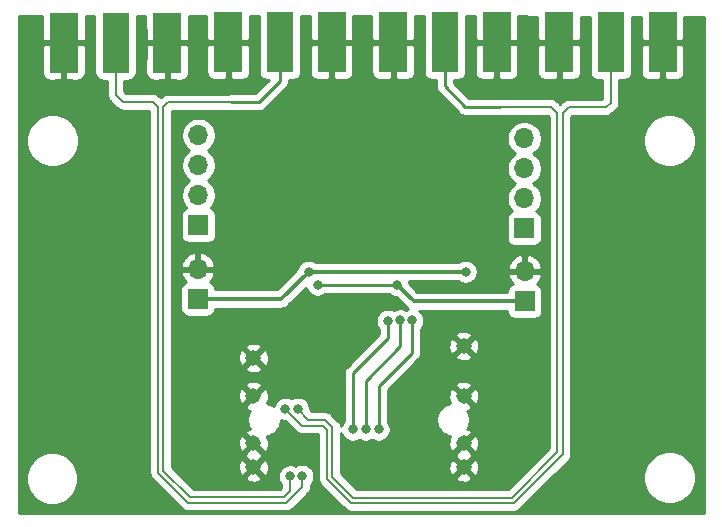
<source format=gbr>
%TF.GenerationSoftware,KiCad,Pcbnew,5.1.10-88a1d61d58~88~ubuntu18.04.1*%
%TF.CreationDate,2021-08-07T22:55:04+07:00*%
%TF.ProjectId,ADV728xM_EVAL_SMA-MINISAS_MX8Mx,41445637-3238-4784-9d5f-4556414c5f53,rev?*%
%TF.SameCoordinates,Original*%
%TF.FileFunction,Copper,L2,Bot*%
%TF.FilePolarity,Positive*%
%FSLAX46Y46*%
G04 Gerber Fmt 4.6, Leading zero omitted, Abs format (unit mm)*
G04 Created by KiCad (PCBNEW 5.1.10-88a1d61d58~88~ubuntu18.04.1) date 2021-08-07 22:55:04*
%MOMM*%
%LPD*%
G01*
G04 APERTURE LIST*
%TA.AperFunction,ComponentPad*%
%ADD10C,1.308000*%
%TD*%
%TA.AperFunction,ComponentPad*%
%ADD11O,1.700000X1.700000*%
%TD*%
%TA.AperFunction,ComponentPad*%
%ADD12R,1.700000X1.700000*%
%TD*%
%TA.AperFunction,SMDPad,CuDef*%
%ADD13R,2.286000X5.080000*%
%TD*%
%TA.AperFunction,SMDPad,CuDef*%
%ADD14R,2.413000X5.080000*%
%TD*%
%TA.AperFunction,ViaPad*%
%ADD15C,0.800000*%
%TD*%
%TA.AperFunction,Conductor*%
%ADD16C,0.250000*%
%TD*%
%TA.AperFunction,Conductor*%
%ADD17C,0.350000*%
%TD*%
%TA.AperFunction,Conductor*%
%ADD18C,0.300000*%
%TD*%
%TA.AperFunction,Conductor*%
%ADD19C,0.200000*%
%TD*%
%TA.AperFunction,Conductor*%
%ADD20C,0.254000*%
%TD*%
%TA.AperFunction,Conductor*%
%ADD21C,0.100000*%
%TD*%
G04 APERTURE END LIST*
D10*
%TO.P,J9,S8*%
%TO.N,GND*%
X170438920Y-117344480D03*
%TO.P,J9,S7*%
X170438920Y-115314480D03*
%TO.P,J9,S6*%
X170438920Y-111314480D03*
%TO.P,J9,S5*%
X170438920Y-107074480D03*
%TO.P,J9,S4*%
X152638920Y-117344480D03*
%TO.P,J9,S3*%
X152638920Y-115314480D03*
%TO.P,J9,S2*%
X152638920Y-111314480D03*
%TO.P,J9,S1*%
X152638920Y-108074480D03*
%TD*%
D11*
%TO.P,J6,4*%
%TO.N,/PWDN_1V8*%
X175552100Y-89496900D03*
%TO.P,J6,3*%
%TO.N,/nRST_1V8*%
X175552100Y-92036900D03*
%TO.P,J6,2*%
%TO.N,/I2C_SDA_1V8*%
X175552100Y-94576900D03*
D12*
%TO.P,J6,1*%
%TO.N,/I2C_SCL_1V8*%
X175552100Y-97116900D03*
%TD*%
D13*
%TO.P,J3,1*%
%TO.N,/CLK_P*%
X168846500Y-81368900D03*
D14*
%TO.P,J3,S2*%
%TO.N,GND*%
X164465000Y-81368900D03*
%TO.P,J3,S1*%
X173228000Y-81368900D03*
%TD*%
D13*
%TO.P,J4,1*%
%TO.N,/CLK_N*%
X182892700Y-81368900D03*
D14*
%TO.P,J4,S2*%
%TO.N,GND*%
X178511200Y-81368900D03*
%TO.P,J4,S1*%
X187274200Y-81368900D03*
%TD*%
D13*
%TO.P,J1,1*%
%TO.N,/D0_P*%
X140957300Y-81419700D03*
D14*
%TO.P,J1,S2*%
%TO.N,GND*%
X136575800Y-81419700D03*
%TO.P,J1,S1*%
X145338800Y-81419700D03*
%TD*%
D13*
%TO.P,J2,1*%
%TO.N,/D0_N*%
X154876500Y-81368900D03*
D14*
%TO.P,J2,S2*%
%TO.N,GND*%
X150495000Y-81368900D03*
%TO.P,J2,S1*%
X159258000Y-81368900D03*
%TD*%
D12*
%TO.P,J5,1*%
%TO.N,/I2C_SCL_3V3*%
X147980400Y-96850200D03*
D11*
%TO.P,J5,2*%
%TO.N,/I2C_SDA_3V3*%
X147980400Y-94310200D03*
%TO.P,J5,3*%
%TO.N,/GPIO0_3V3*%
X147980400Y-91770200D03*
%TO.P,J5,4*%
%TO.N,/GPIO1_3V3*%
X147980400Y-89230200D03*
%TD*%
D12*
%TO.P,J8,1*%
%TO.N,+1V8*%
X175590200Y-103289100D03*
D11*
%TO.P,J8,2*%
%TO.N,GND*%
X175590200Y-100749100D03*
%TD*%
%TO.P,J7,2*%
%TO.N,GND*%
X147929600Y-100558600D03*
D12*
%TO.P,J7,1*%
%TO.N,+3V3*%
X147929600Y-103098600D03*
%TD*%
D15*
%TO.N,+3V3*%
X157302200Y-100787200D03*
X170599100Y-100787200D03*
%TO.N,/D0_N*%
X155742640Y-118115080D03*
%TO.N,/D0_P*%
X156768800Y-118089680D03*
%TO.N,/CLK_N*%
X155341320Y-112389920D03*
%TO.N,/CLK_P*%
X156382720Y-112400080D03*
%TO.N,/nRST_1V8*%
X161041080Y-114127280D03*
%TO.N,/I2C_SDA_1V8*%
X162138360Y-114132360D03*
%TO.N,/I2C_SCL_1V8*%
X163230560Y-114132360D03*
X166060120Y-104912160D03*
%TO.N,/I2C_SDA_1V8*%
X165054280Y-104912160D03*
%TO.N,+1V8*%
X164820600Y-101917500D03*
X158064200Y-101879400D03*
%TO.N,/nRST_1V8*%
X164033200Y-104937560D03*
%TD*%
D16*
%TO.N,+3V3*%
X157327600Y-100761800D02*
X157302200Y-100787200D01*
D17*
X157302200Y-100787200D02*
X170624500Y-100787200D01*
X154990800Y-103098600D02*
X157302200Y-100787200D01*
X147929600Y-103098600D02*
X154990800Y-103098600D01*
D16*
%TO.N,GND*%
X175285400Y-100787200D02*
X175298100Y-100799900D01*
D18*
%TO.N,+1V8*%
X164807900Y-101917500D02*
X164807900Y-101917500D01*
X166192200Y-103289100D02*
X164820600Y-101917500D01*
X175590200Y-103289100D02*
X166192200Y-103289100D01*
D16*
X164820600Y-101917500D02*
X158165800Y-101917500D01*
D19*
%TO.N,/D0_P*%
X140970000Y-81470500D02*
X140970000Y-82384900D01*
X144567700Y-117804420D02*
X147115040Y-120351760D01*
X140970000Y-82384900D02*
X140970000Y-85801200D01*
X140970000Y-85801200D02*
X141579600Y-86410800D01*
X141579600Y-86410800D02*
X144145000Y-86410800D01*
X144145000Y-86410800D02*
X144567700Y-86833500D01*
X144567700Y-86833500D02*
X144567700Y-117804420D01*
X156768800Y-118999000D02*
X155416040Y-120351760D01*
X156768800Y-118089680D02*
X156768800Y-118999000D01*
X147115040Y-120351760D02*
X155416040Y-120351760D01*
%TO.N,/D0_N*%
X154851100Y-81432400D02*
X154851100Y-82308700D01*
X154851100Y-82308700D02*
X154851100Y-82308700D01*
X150717250Y-86442550D02*
X145421350Y-86442550D01*
X145017700Y-86846200D02*
X145017700Y-117618020D01*
X145017700Y-117618020D02*
X147301440Y-119901760D01*
X145421350Y-86442550D02*
X145017700Y-86846200D01*
X155737560Y-119374920D02*
X155210720Y-119901760D01*
X147301440Y-119901760D02*
X155210720Y-119901760D01*
X155742640Y-119369840D02*
X155210720Y-119901760D01*
X155742640Y-118115080D02*
X155742640Y-119369840D01*
D16*
X150717250Y-86442550D02*
X153104850Y-86442550D01*
X154876500Y-84670900D02*
X154876500Y-81368900D01*
X153104850Y-86442550D02*
X154876500Y-84670900D01*
D19*
%TO.N,/CLK_P*%
X168833800Y-81368900D02*
X168833800Y-82245200D01*
X178375100Y-87363300D02*
X177854400Y-86842600D01*
X174496240Y-119922080D02*
X178375100Y-116043220D01*
X178375100Y-116043220D02*
X178375100Y-87363300D01*
X156382720Y-112400080D02*
X157286960Y-113304320D01*
X168833800Y-82334100D02*
X168833800Y-82245200D01*
X157286960Y-113304320D02*
X158679219Y-113304320D01*
X158679219Y-113304320D02*
X159325520Y-113950621D01*
X159325520Y-113950621D02*
X159325520Y-118169200D01*
X159325520Y-118169200D02*
X161078400Y-119922080D01*
X161078400Y-119922080D02*
X174496240Y-119922080D01*
D16*
X173476920Y-86842600D02*
X170586400Y-86842600D01*
D19*
X173476920Y-86842600D02*
X173342300Y-86842600D01*
X177854400Y-86842600D02*
X173476920Y-86842600D01*
D16*
X168846500Y-85102700D02*
X168846500Y-81368900D01*
X170586400Y-86842600D02*
X168846500Y-85102700D01*
D19*
%TO.N,/CLK_N*%
X182880000Y-81394300D02*
X182880000Y-82296000D01*
X160892000Y-120372080D02*
X158875520Y-118355600D01*
X178825100Y-116229620D02*
X174682640Y-120372080D01*
X178825100Y-87372400D02*
X178825100Y-116229620D01*
X182880000Y-82296000D02*
X182880000Y-86487000D01*
X182880000Y-86487000D02*
X182511700Y-86855300D01*
X182511700Y-86855300D02*
X179342200Y-86855300D01*
X179342200Y-86855300D02*
X178825100Y-87372400D01*
X174682640Y-120372080D02*
X160892000Y-120372080D01*
X155341320Y-112389920D02*
X156784040Y-113832640D01*
X158554000Y-113832640D02*
X158875520Y-114154160D01*
X156784040Y-113832640D02*
X158554000Y-113832640D01*
X158875520Y-118355600D02*
X158875520Y-114154160D01*
D16*
%TO.N,/nRST_1V8*%
X164033200Y-104937560D02*
X164033200Y-106410760D01*
X161041080Y-109402880D02*
X161041080Y-114127280D01*
X164033200Y-106410760D02*
X161041080Y-109402880D01*
%TO.N,/I2C_SCL_1V8*%
X166060120Y-104912160D02*
X166060120Y-107629960D01*
X163230560Y-110459520D02*
X163230560Y-114132360D01*
X166060120Y-107629960D02*
X163230560Y-110459520D01*
%TO.N,/I2C_SDA_1V8*%
X165054280Y-104912160D02*
X165054280Y-107086400D01*
X162138360Y-110002320D02*
X162138360Y-114132360D01*
X165054280Y-107086400D02*
X162138360Y-110002320D01*
%TD*%
D20*
%TO.N,GND*%
X134731610Y-79159824D02*
X134734300Y-81133950D01*
X134893050Y-81292700D01*
X136448800Y-81292700D01*
X136448800Y-81272700D01*
X136702800Y-81272700D01*
X136702800Y-81292700D01*
X138258550Y-81292700D01*
X138417300Y-81133950D01*
X138419988Y-79161403D01*
X139176228Y-79161727D01*
X139176228Y-83959700D01*
X139188488Y-84084182D01*
X139224798Y-84203880D01*
X139283763Y-84314194D01*
X139363115Y-84410885D01*
X139459806Y-84490237D01*
X139570120Y-84549202D01*
X139689818Y-84585512D01*
X139814300Y-84597772D01*
X140235001Y-84597772D01*
X140235001Y-85765085D01*
X140231444Y-85801200D01*
X140245635Y-85945285D01*
X140285494Y-86076680D01*
X140287664Y-86083833D01*
X140355914Y-86211520D01*
X140447763Y-86323438D01*
X140475808Y-86346454D01*
X141034346Y-86904993D01*
X141057362Y-86933038D01*
X141150212Y-87009238D01*
X141169280Y-87024887D01*
X141296966Y-87093137D01*
X141435515Y-87135165D01*
X141579600Y-87149356D01*
X141615705Y-87145800D01*
X143832700Y-87145800D01*
X143832701Y-117768305D01*
X143829144Y-117804420D01*
X143843335Y-117948505D01*
X143875209Y-118053576D01*
X143885364Y-118087053D01*
X143953614Y-118214740D01*
X144045463Y-118326658D01*
X144073508Y-118349674D01*
X146569786Y-120845953D01*
X146592802Y-120873998D01*
X146704720Y-120965847D01*
X146832407Y-121034097D01*
X146970955Y-121076125D01*
X147115040Y-121090316D01*
X147151145Y-121086760D01*
X155379935Y-121086760D01*
X155416040Y-121090316D01*
X155452145Y-121086760D01*
X155560125Y-121076125D01*
X155698673Y-121034097D01*
X155826360Y-120965847D01*
X155938278Y-120873998D01*
X155961298Y-120845948D01*
X157262993Y-119544254D01*
X157291038Y-119521238D01*
X157382887Y-119409320D01*
X157411051Y-119356629D01*
X157451137Y-119281634D01*
X157493165Y-119143085D01*
X157507356Y-118999000D01*
X157503800Y-118962895D01*
X157503800Y-118818391D01*
X157572737Y-118749454D01*
X157686005Y-118579936D01*
X157764026Y-118391578D01*
X157803800Y-118191619D01*
X157803800Y-117987741D01*
X157764026Y-117787782D01*
X157686005Y-117599424D01*
X157572737Y-117429906D01*
X157428574Y-117285743D01*
X157259056Y-117172475D01*
X157070698Y-117094454D01*
X156870739Y-117054680D01*
X156666861Y-117054680D01*
X156466902Y-117094454D01*
X156278544Y-117172475D01*
X156236713Y-117200425D01*
X156232896Y-117197875D01*
X156044538Y-117119854D01*
X155844579Y-117080080D01*
X155640701Y-117080080D01*
X155440742Y-117119854D01*
X155252384Y-117197875D01*
X155082866Y-117311143D01*
X154938703Y-117455306D01*
X154825435Y-117624824D01*
X154747414Y-117813182D01*
X154707640Y-118013141D01*
X154707640Y-118217019D01*
X154747414Y-118416978D01*
X154825435Y-118605336D01*
X154938703Y-118774854D01*
X155007641Y-118843792D01*
X155007641Y-119065393D01*
X154906274Y-119166760D01*
X147605887Y-119166760D01*
X146671994Y-118232867D01*
X151930138Y-118232867D01*
X151984013Y-118461948D01*
X152214604Y-118568243D01*
X152461501Y-118627508D01*
X152715216Y-118637468D01*
X152965999Y-118597739D01*
X153204213Y-118509848D01*
X153293827Y-118461948D01*
X153347702Y-118232867D01*
X152638920Y-117524085D01*
X151930138Y-118232867D01*
X146671994Y-118232867D01*
X145859903Y-117420776D01*
X151345932Y-117420776D01*
X151385661Y-117671559D01*
X151473552Y-117909773D01*
X151521452Y-117999387D01*
X151750533Y-118053262D01*
X152459315Y-117344480D01*
X152818525Y-117344480D01*
X153527307Y-118053262D01*
X153756388Y-117999387D01*
X153862683Y-117768796D01*
X153921948Y-117521899D01*
X153931908Y-117268184D01*
X153892179Y-117017401D01*
X153804288Y-116779187D01*
X153756388Y-116689573D01*
X153527307Y-116635698D01*
X152818525Y-117344480D01*
X152459315Y-117344480D01*
X151750533Y-116635698D01*
X151521452Y-116689573D01*
X151415157Y-116920164D01*
X151355892Y-117167061D01*
X151345932Y-117420776D01*
X145859903Y-117420776D01*
X145752700Y-117313574D01*
X145752700Y-116202867D01*
X151930138Y-116202867D01*
X151959915Y-116329480D01*
X151930138Y-116456093D01*
X152638920Y-117164875D01*
X153347702Y-116456093D01*
X153317925Y-116329480D01*
X153347702Y-116202867D01*
X152638920Y-115494085D01*
X151930138Y-116202867D01*
X145752700Y-116202867D01*
X145752700Y-115390776D01*
X151345932Y-115390776D01*
X151385661Y-115641559D01*
X151473552Y-115879773D01*
X151521452Y-115969387D01*
X151750533Y-116023262D01*
X152459315Y-115314480D01*
X151750533Y-114605698D01*
X151521452Y-114659573D01*
X151415157Y-114890164D01*
X151355892Y-115137061D01*
X151345932Y-115390776D01*
X145752700Y-115390776D01*
X145752700Y-111390776D01*
X151345932Y-111390776D01*
X151385661Y-111641559D01*
X151473552Y-111879773D01*
X151521452Y-111969387D01*
X151750533Y-112023262D01*
X152459315Y-111314480D01*
X151750533Y-110605698D01*
X151521452Y-110659573D01*
X151415157Y-110890164D01*
X151355892Y-111137061D01*
X151345932Y-111390776D01*
X145752700Y-111390776D01*
X145752700Y-110426093D01*
X151930138Y-110426093D01*
X152638920Y-111134875D01*
X153347702Y-110426093D01*
X153293827Y-110197012D01*
X153063236Y-110090717D01*
X152816339Y-110031452D01*
X152562624Y-110021492D01*
X152311841Y-110061221D01*
X152073627Y-110149112D01*
X151984013Y-110197012D01*
X151930138Y-110426093D01*
X145752700Y-110426093D01*
X145752700Y-108962867D01*
X151930138Y-108962867D01*
X151984013Y-109191948D01*
X152214604Y-109298243D01*
X152461501Y-109357508D01*
X152715216Y-109367468D01*
X152965999Y-109327739D01*
X153204213Y-109239848D01*
X153293827Y-109191948D01*
X153347702Y-108962867D01*
X152638920Y-108254085D01*
X151930138Y-108962867D01*
X145752700Y-108962867D01*
X145752700Y-108150776D01*
X151345932Y-108150776D01*
X151385661Y-108401559D01*
X151473552Y-108639773D01*
X151521452Y-108729387D01*
X151750533Y-108783262D01*
X152459315Y-108074480D01*
X152818525Y-108074480D01*
X153527307Y-108783262D01*
X153756388Y-108729387D01*
X153862683Y-108498796D01*
X153921948Y-108251899D01*
X153931908Y-107998184D01*
X153892179Y-107747401D01*
X153804288Y-107509187D01*
X153756388Y-107419573D01*
X153527307Y-107365698D01*
X152818525Y-108074480D01*
X152459315Y-108074480D01*
X151750533Y-107365698D01*
X151521452Y-107419573D01*
X151415157Y-107650164D01*
X151355892Y-107897061D01*
X151345932Y-108150776D01*
X145752700Y-108150776D01*
X145752700Y-107186093D01*
X151930138Y-107186093D01*
X152638920Y-107894875D01*
X153347702Y-107186093D01*
X153293827Y-106957012D01*
X153063236Y-106850717D01*
X152816339Y-106791452D01*
X152562624Y-106781492D01*
X152311841Y-106821221D01*
X152073627Y-106909112D01*
X151984013Y-106957012D01*
X151930138Y-107186093D01*
X145752700Y-107186093D01*
X145752700Y-100201710D01*
X146488124Y-100201710D01*
X146609445Y-100431600D01*
X147802600Y-100431600D01*
X147802600Y-99237786D01*
X148056600Y-99237786D01*
X148056600Y-100431600D01*
X149249755Y-100431600D01*
X149371076Y-100201710D01*
X149326425Y-100054501D01*
X149201241Y-99791680D01*
X149027188Y-99558331D01*
X148810955Y-99363422D01*
X148560852Y-99214443D01*
X148286491Y-99117119D01*
X148056600Y-99237786D01*
X147802600Y-99237786D01*
X147572709Y-99117119D01*
X147298348Y-99214443D01*
X147048245Y-99363422D01*
X146832012Y-99558331D01*
X146657959Y-99791680D01*
X146532775Y-100054501D01*
X146488124Y-100201710D01*
X145752700Y-100201710D01*
X145752700Y-96000200D01*
X146492328Y-96000200D01*
X146492328Y-97700200D01*
X146504588Y-97824682D01*
X146540898Y-97944380D01*
X146599863Y-98054694D01*
X146679215Y-98151385D01*
X146775906Y-98230737D01*
X146886220Y-98289702D01*
X147005918Y-98326012D01*
X147130400Y-98338272D01*
X148830400Y-98338272D01*
X148954882Y-98326012D01*
X149074580Y-98289702D01*
X149184894Y-98230737D01*
X149281585Y-98151385D01*
X149360937Y-98054694D01*
X149419902Y-97944380D01*
X149456212Y-97824682D01*
X149468472Y-97700200D01*
X149468472Y-96266900D01*
X174064028Y-96266900D01*
X174064028Y-97966900D01*
X174076288Y-98091382D01*
X174112598Y-98211080D01*
X174171563Y-98321394D01*
X174250915Y-98418085D01*
X174347606Y-98497437D01*
X174457920Y-98556402D01*
X174577618Y-98592712D01*
X174702100Y-98604972D01*
X176402100Y-98604972D01*
X176526582Y-98592712D01*
X176646280Y-98556402D01*
X176756594Y-98497437D01*
X176853285Y-98418085D01*
X176932637Y-98321394D01*
X176991602Y-98211080D01*
X177027912Y-98091382D01*
X177040172Y-97966900D01*
X177040172Y-96266900D01*
X177027912Y-96142418D01*
X176991602Y-96022720D01*
X176932637Y-95912406D01*
X176853285Y-95815715D01*
X176756594Y-95736363D01*
X176646280Y-95677398D01*
X176573720Y-95655387D01*
X176705575Y-95523532D01*
X176868090Y-95280311D01*
X176980032Y-95010058D01*
X177037100Y-94723160D01*
X177037100Y-94430640D01*
X176980032Y-94143742D01*
X176868090Y-93873489D01*
X176705575Y-93630268D01*
X176498732Y-93423425D01*
X176324340Y-93306900D01*
X176498732Y-93190375D01*
X176705575Y-92983532D01*
X176868090Y-92740311D01*
X176980032Y-92470058D01*
X177037100Y-92183160D01*
X177037100Y-91890640D01*
X176980032Y-91603742D01*
X176868090Y-91333489D01*
X176705575Y-91090268D01*
X176498732Y-90883425D01*
X176324340Y-90766900D01*
X176498732Y-90650375D01*
X176705575Y-90443532D01*
X176868090Y-90200311D01*
X176980032Y-89930058D01*
X177037100Y-89643160D01*
X177037100Y-89350640D01*
X176980032Y-89063742D01*
X176868090Y-88793489D01*
X176705575Y-88550268D01*
X176498732Y-88343425D01*
X176255511Y-88180910D01*
X175985258Y-88068968D01*
X175698360Y-88011900D01*
X175405840Y-88011900D01*
X175118942Y-88068968D01*
X174848689Y-88180910D01*
X174605468Y-88343425D01*
X174398625Y-88550268D01*
X174236110Y-88793489D01*
X174124168Y-89063742D01*
X174067100Y-89350640D01*
X174067100Y-89643160D01*
X174124168Y-89930058D01*
X174236110Y-90200311D01*
X174398625Y-90443532D01*
X174605468Y-90650375D01*
X174779860Y-90766900D01*
X174605468Y-90883425D01*
X174398625Y-91090268D01*
X174236110Y-91333489D01*
X174124168Y-91603742D01*
X174067100Y-91890640D01*
X174067100Y-92183160D01*
X174124168Y-92470058D01*
X174236110Y-92740311D01*
X174398625Y-92983532D01*
X174605468Y-93190375D01*
X174779860Y-93306900D01*
X174605468Y-93423425D01*
X174398625Y-93630268D01*
X174236110Y-93873489D01*
X174124168Y-94143742D01*
X174067100Y-94430640D01*
X174067100Y-94723160D01*
X174124168Y-95010058D01*
X174236110Y-95280311D01*
X174398625Y-95523532D01*
X174530480Y-95655387D01*
X174457920Y-95677398D01*
X174347606Y-95736363D01*
X174250915Y-95815715D01*
X174171563Y-95912406D01*
X174112598Y-96022720D01*
X174076288Y-96142418D01*
X174064028Y-96266900D01*
X149468472Y-96266900D01*
X149468472Y-96000200D01*
X149456212Y-95875718D01*
X149419902Y-95756020D01*
X149360937Y-95645706D01*
X149281585Y-95549015D01*
X149184894Y-95469663D01*
X149074580Y-95410698D01*
X149002020Y-95388687D01*
X149133875Y-95256832D01*
X149296390Y-95013611D01*
X149408332Y-94743358D01*
X149465400Y-94456460D01*
X149465400Y-94163940D01*
X149408332Y-93877042D01*
X149296390Y-93606789D01*
X149133875Y-93363568D01*
X148927032Y-93156725D01*
X148752640Y-93040200D01*
X148927032Y-92923675D01*
X149133875Y-92716832D01*
X149296390Y-92473611D01*
X149408332Y-92203358D01*
X149465400Y-91916460D01*
X149465400Y-91623940D01*
X149408332Y-91337042D01*
X149296390Y-91066789D01*
X149133875Y-90823568D01*
X148927032Y-90616725D01*
X148752640Y-90500200D01*
X148927032Y-90383675D01*
X149133875Y-90176832D01*
X149296390Y-89933611D01*
X149408332Y-89663358D01*
X149465400Y-89376460D01*
X149465400Y-89083940D01*
X149408332Y-88797042D01*
X149296390Y-88526789D01*
X149133875Y-88283568D01*
X148927032Y-88076725D01*
X148683811Y-87914210D01*
X148413558Y-87802268D01*
X148126660Y-87745200D01*
X147834140Y-87745200D01*
X147547242Y-87802268D01*
X147276989Y-87914210D01*
X147033768Y-88076725D01*
X146826925Y-88283568D01*
X146664410Y-88526789D01*
X146552468Y-88797042D01*
X146495400Y-89083940D01*
X146495400Y-89376460D01*
X146552468Y-89663358D01*
X146664410Y-89933611D01*
X146826925Y-90176832D01*
X147033768Y-90383675D01*
X147208160Y-90500200D01*
X147033768Y-90616725D01*
X146826925Y-90823568D01*
X146664410Y-91066789D01*
X146552468Y-91337042D01*
X146495400Y-91623940D01*
X146495400Y-91916460D01*
X146552468Y-92203358D01*
X146664410Y-92473611D01*
X146826925Y-92716832D01*
X147033768Y-92923675D01*
X147208160Y-93040200D01*
X147033768Y-93156725D01*
X146826925Y-93363568D01*
X146664410Y-93606789D01*
X146552468Y-93877042D01*
X146495400Y-94163940D01*
X146495400Y-94456460D01*
X146552468Y-94743358D01*
X146664410Y-95013611D01*
X146826925Y-95256832D01*
X146958780Y-95388687D01*
X146886220Y-95410698D01*
X146775906Y-95469663D01*
X146679215Y-95549015D01*
X146599863Y-95645706D01*
X146540898Y-95756020D01*
X146504588Y-95875718D01*
X146492328Y-96000200D01*
X145752700Y-96000200D01*
X145752700Y-87177550D01*
X150522101Y-87177550D01*
X150568264Y-87191553D01*
X150679917Y-87202550D01*
X153067528Y-87202550D01*
X153104850Y-87206226D01*
X153142172Y-87202550D01*
X153142183Y-87202550D01*
X153253836Y-87191553D01*
X153397097Y-87148096D01*
X153529126Y-87077524D01*
X153644851Y-86982551D01*
X153668653Y-86953548D01*
X155387509Y-85234694D01*
X155416501Y-85210901D01*
X155440295Y-85181908D01*
X155440299Y-85181904D01*
X155511473Y-85095177D01*
X155511474Y-85095176D01*
X155582046Y-84963147D01*
X155625503Y-84819886D01*
X155636500Y-84708233D01*
X155636500Y-84708224D01*
X155640176Y-84670901D01*
X155636500Y-84633578D01*
X155636500Y-84546972D01*
X156019500Y-84546972D01*
X156143982Y-84534712D01*
X156263680Y-84498402D01*
X156373994Y-84439437D01*
X156470685Y-84360085D01*
X156550037Y-84263394D01*
X156609002Y-84153080D01*
X156645312Y-84033382D01*
X156657572Y-83908900D01*
X157413428Y-83908900D01*
X157425688Y-84033382D01*
X157461998Y-84153080D01*
X157520963Y-84263394D01*
X157600315Y-84360085D01*
X157697006Y-84439437D01*
X157807320Y-84498402D01*
X157927018Y-84534712D01*
X158051500Y-84546972D01*
X158972250Y-84543900D01*
X159131000Y-84385150D01*
X159131000Y-81495900D01*
X159385000Y-81495900D01*
X159385000Y-84385150D01*
X159543750Y-84543900D01*
X160464500Y-84546972D01*
X160588982Y-84534712D01*
X160708680Y-84498402D01*
X160818994Y-84439437D01*
X160915685Y-84360085D01*
X160995037Y-84263394D01*
X161054002Y-84153080D01*
X161090312Y-84033382D01*
X161102572Y-83908900D01*
X162620428Y-83908900D01*
X162632688Y-84033382D01*
X162668998Y-84153080D01*
X162727963Y-84263394D01*
X162807315Y-84360085D01*
X162904006Y-84439437D01*
X163014320Y-84498402D01*
X163134018Y-84534712D01*
X163258500Y-84546972D01*
X164179250Y-84543900D01*
X164338000Y-84385150D01*
X164338000Y-81495900D01*
X164592000Y-81495900D01*
X164592000Y-84385150D01*
X164750750Y-84543900D01*
X165671500Y-84546972D01*
X165795982Y-84534712D01*
X165915680Y-84498402D01*
X166025994Y-84439437D01*
X166122685Y-84360085D01*
X166202037Y-84263394D01*
X166261002Y-84153080D01*
X166297312Y-84033382D01*
X166309572Y-83908900D01*
X166306500Y-81654650D01*
X166147750Y-81495900D01*
X164592000Y-81495900D01*
X164338000Y-81495900D01*
X162782250Y-81495900D01*
X162623500Y-81654650D01*
X162620428Y-83908900D01*
X161102572Y-83908900D01*
X161099500Y-81654650D01*
X160940750Y-81495900D01*
X159385000Y-81495900D01*
X159131000Y-81495900D01*
X157575250Y-81495900D01*
X157416500Y-81654650D01*
X157413428Y-83908900D01*
X156657572Y-83908900D01*
X156657572Y-79169210D01*
X157413892Y-79169534D01*
X157416500Y-81083150D01*
X157575250Y-81241900D01*
X159131000Y-81241900D01*
X159131000Y-81221900D01*
X159385000Y-81221900D01*
X159385000Y-81241900D01*
X160940750Y-81241900D01*
X161099500Y-81083150D01*
X161102106Y-79171113D01*
X162620895Y-79171763D01*
X162623500Y-81083150D01*
X162782250Y-81241900D01*
X164338000Y-81241900D01*
X164338000Y-81221900D01*
X164592000Y-81221900D01*
X164592000Y-81241900D01*
X166147750Y-81241900D01*
X166306500Y-81083150D01*
X166309103Y-79173342D01*
X167065428Y-79173665D01*
X167065428Y-83908900D01*
X167077688Y-84033382D01*
X167113998Y-84153080D01*
X167172963Y-84263394D01*
X167252315Y-84360085D01*
X167349006Y-84439437D01*
X167459320Y-84498402D01*
X167579018Y-84534712D01*
X167703500Y-84546972D01*
X168086500Y-84546972D01*
X168086500Y-85065377D01*
X168082824Y-85102700D01*
X168086500Y-85140022D01*
X168086500Y-85140032D01*
X168097497Y-85251685D01*
X168105772Y-85278963D01*
X168140954Y-85394946D01*
X168211526Y-85526976D01*
X168251371Y-85575526D01*
X168306499Y-85642701D01*
X168335503Y-85666504D01*
X170022601Y-87353603D01*
X170046399Y-87382601D01*
X170162124Y-87477574D01*
X170294153Y-87548146D01*
X170437414Y-87591603D01*
X170549067Y-87602600D01*
X170549076Y-87602600D01*
X170586399Y-87606276D01*
X170623722Y-87602600D01*
X173514253Y-87602600D01*
X173625906Y-87591603D01*
X173672069Y-87577600D01*
X177549954Y-87577600D01*
X177640101Y-87667748D01*
X177640100Y-115738773D01*
X174191794Y-119187080D01*
X161382847Y-119187080D01*
X160428634Y-118232867D01*
X169730138Y-118232867D01*
X169784013Y-118461948D01*
X170014604Y-118568243D01*
X170261501Y-118627508D01*
X170515216Y-118637468D01*
X170765999Y-118597739D01*
X171004213Y-118509848D01*
X171093827Y-118461948D01*
X171147702Y-118232867D01*
X170438920Y-117524085D01*
X169730138Y-118232867D01*
X160428634Y-118232867D01*
X160060520Y-117864754D01*
X160060520Y-117420776D01*
X169145932Y-117420776D01*
X169185661Y-117671559D01*
X169273552Y-117909773D01*
X169321452Y-117999387D01*
X169550533Y-118053262D01*
X170259315Y-117344480D01*
X170618525Y-117344480D01*
X171327307Y-118053262D01*
X171556388Y-117999387D01*
X171662683Y-117768796D01*
X171721948Y-117521899D01*
X171731908Y-117268184D01*
X171692179Y-117017401D01*
X171604288Y-116779187D01*
X171556388Y-116689573D01*
X171327307Y-116635698D01*
X170618525Y-117344480D01*
X170259315Y-117344480D01*
X169550533Y-116635698D01*
X169321452Y-116689573D01*
X169215157Y-116920164D01*
X169155892Y-117167061D01*
X169145932Y-117420776D01*
X160060520Y-117420776D01*
X160060520Y-116202867D01*
X169730138Y-116202867D01*
X169759915Y-116329480D01*
X169730138Y-116456093D01*
X170438920Y-117164875D01*
X171147702Y-116456093D01*
X171117925Y-116329480D01*
X171147702Y-116202867D01*
X170438920Y-115494085D01*
X169730138Y-116202867D01*
X160060520Y-116202867D01*
X160060520Y-114464585D01*
X160123875Y-114617536D01*
X160237143Y-114787054D01*
X160381306Y-114931217D01*
X160550824Y-115044485D01*
X160739182Y-115122506D01*
X160939141Y-115162280D01*
X161143019Y-115162280D01*
X161342978Y-115122506D01*
X161531336Y-115044485D01*
X161585919Y-115008014D01*
X161648104Y-115049565D01*
X161836462Y-115127586D01*
X162036421Y-115167360D01*
X162240299Y-115167360D01*
X162440258Y-115127586D01*
X162628616Y-115049565D01*
X162684460Y-115012251D01*
X162740304Y-115049565D01*
X162928662Y-115127586D01*
X163128621Y-115167360D01*
X163332499Y-115167360D01*
X163532458Y-115127586D01*
X163720816Y-115049565D01*
X163890334Y-114936297D01*
X164034497Y-114792134D01*
X164147765Y-114622616D01*
X164225786Y-114434258D01*
X164265560Y-114234299D01*
X164265560Y-114030421D01*
X164225786Y-113830462D01*
X164147765Y-113642104D01*
X164034497Y-113472586D01*
X163990560Y-113428649D01*
X163990560Y-113175607D01*
X168128920Y-113175607D01*
X168128920Y-113453353D01*
X168183106Y-113725762D01*
X168289395Y-113982365D01*
X168443702Y-114213302D01*
X168640098Y-114409698D01*
X168871035Y-114564005D01*
X169127638Y-114670294D01*
X169300646Y-114704708D01*
X169215157Y-114890164D01*
X169155892Y-115137061D01*
X169145932Y-115390776D01*
X169185661Y-115641559D01*
X169273552Y-115879773D01*
X169321452Y-115969387D01*
X169550533Y-116023262D01*
X170259315Y-115314480D01*
X170618525Y-115314480D01*
X171327307Y-116023262D01*
X171556388Y-115969387D01*
X171662683Y-115738796D01*
X171721948Y-115491899D01*
X171731908Y-115238184D01*
X171692179Y-114987401D01*
X171604288Y-114749187D01*
X171556388Y-114659573D01*
X171327307Y-114605698D01*
X170618525Y-115314480D01*
X170259315Y-115314480D01*
X170245173Y-115300338D01*
X170424778Y-115120733D01*
X170438920Y-115134875D01*
X171147702Y-114426093D01*
X171093827Y-114197012D01*
X170863236Y-114090717D01*
X170736391Y-114060269D01*
X170788445Y-113982365D01*
X170894734Y-113725762D01*
X170948920Y-113453353D01*
X170948920Y-113175607D01*
X170894734Y-112903198D01*
X170788445Y-112646595D01*
X170738650Y-112572072D01*
X170765999Y-112567739D01*
X171004213Y-112479848D01*
X171093827Y-112431948D01*
X171147702Y-112202867D01*
X170438920Y-111494085D01*
X170424778Y-111508228D01*
X170245173Y-111328623D01*
X170259315Y-111314480D01*
X170618525Y-111314480D01*
X171327307Y-112023262D01*
X171556388Y-111969387D01*
X171662683Y-111738796D01*
X171721948Y-111491899D01*
X171731908Y-111238184D01*
X171692179Y-110987401D01*
X171604288Y-110749187D01*
X171556388Y-110659573D01*
X171327307Y-110605698D01*
X170618525Y-111314480D01*
X170259315Y-111314480D01*
X169550533Y-110605698D01*
X169321452Y-110659573D01*
X169215157Y-110890164D01*
X169155892Y-111137061D01*
X169145932Y-111390776D01*
X169185661Y-111641559D01*
X169273552Y-111879773D01*
X169297646Y-111924849D01*
X169127638Y-111958666D01*
X168871035Y-112064955D01*
X168640098Y-112219262D01*
X168443702Y-112415658D01*
X168289395Y-112646595D01*
X168183106Y-112903198D01*
X168128920Y-113175607D01*
X163990560Y-113175607D01*
X163990560Y-110774321D01*
X164338788Y-110426093D01*
X169730138Y-110426093D01*
X170438920Y-111134875D01*
X171147702Y-110426093D01*
X171093827Y-110197012D01*
X170863236Y-110090717D01*
X170616339Y-110031452D01*
X170362624Y-110021492D01*
X170111841Y-110061221D01*
X169873627Y-110149112D01*
X169784013Y-110197012D01*
X169730138Y-110426093D01*
X164338788Y-110426093D01*
X166571123Y-108193759D01*
X166600121Y-108169961D01*
X166626452Y-108137877D01*
X166695094Y-108054237D01*
X166743932Y-107962867D01*
X169730138Y-107962867D01*
X169784013Y-108191948D01*
X170014604Y-108298243D01*
X170261501Y-108357508D01*
X170515216Y-108367468D01*
X170765999Y-108327739D01*
X171004213Y-108239848D01*
X171093827Y-108191948D01*
X171147702Y-107962867D01*
X170438920Y-107254085D01*
X169730138Y-107962867D01*
X166743932Y-107962867D01*
X166765666Y-107922207D01*
X166791997Y-107835403D01*
X166809123Y-107778946D01*
X166820120Y-107667293D01*
X166820120Y-107667284D01*
X166823796Y-107629961D01*
X166820120Y-107592638D01*
X166820120Y-107150776D01*
X169145932Y-107150776D01*
X169185661Y-107401559D01*
X169273552Y-107639773D01*
X169321452Y-107729387D01*
X169550533Y-107783262D01*
X170259315Y-107074480D01*
X170618525Y-107074480D01*
X171327307Y-107783262D01*
X171556388Y-107729387D01*
X171662683Y-107498796D01*
X171721948Y-107251899D01*
X171731908Y-106998184D01*
X171692179Y-106747401D01*
X171604288Y-106509187D01*
X171556388Y-106419573D01*
X171327307Y-106365698D01*
X170618525Y-107074480D01*
X170259315Y-107074480D01*
X169550533Y-106365698D01*
X169321452Y-106419573D01*
X169215157Y-106650164D01*
X169155892Y-106897061D01*
X169145932Y-107150776D01*
X166820120Y-107150776D01*
X166820120Y-106186093D01*
X169730138Y-106186093D01*
X170438920Y-106894875D01*
X171147702Y-106186093D01*
X171093827Y-105957012D01*
X170863236Y-105850717D01*
X170616339Y-105791452D01*
X170362624Y-105781492D01*
X170111841Y-105821221D01*
X169873627Y-105909112D01*
X169784013Y-105957012D01*
X169730138Y-106186093D01*
X166820120Y-106186093D01*
X166820120Y-105615871D01*
X166864057Y-105571934D01*
X166977325Y-105402416D01*
X167055346Y-105214058D01*
X167095120Y-105014099D01*
X167095120Y-104810221D01*
X167055346Y-104610262D01*
X166977325Y-104421904D01*
X166864057Y-104252386D01*
X166719894Y-104108223D01*
X166668825Y-104074100D01*
X174102128Y-104074100D01*
X174102128Y-104139100D01*
X174114388Y-104263582D01*
X174150698Y-104383280D01*
X174209663Y-104493594D01*
X174289015Y-104590285D01*
X174385706Y-104669637D01*
X174496020Y-104728602D01*
X174615718Y-104764912D01*
X174740200Y-104777172D01*
X176440200Y-104777172D01*
X176564682Y-104764912D01*
X176684380Y-104728602D01*
X176794694Y-104669637D01*
X176891385Y-104590285D01*
X176970737Y-104493594D01*
X177029702Y-104383280D01*
X177066012Y-104263582D01*
X177078272Y-104139100D01*
X177078272Y-102439100D01*
X177066012Y-102314618D01*
X177029702Y-102194920D01*
X176970737Y-102084606D01*
X176891385Y-101987915D01*
X176794694Y-101908563D01*
X176684380Y-101849598D01*
X176603734Y-101825134D01*
X176687788Y-101749369D01*
X176861841Y-101516020D01*
X176987025Y-101253199D01*
X177031676Y-101105990D01*
X176910355Y-100876100D01*
X175717200Y-100876100D01*
X175717200Y-100896100D01*
X175463200Y-100896100D01*
X175463200Y-100876100D01*
X174270045Y-100876100D01*
X174148724Y-101105990D01*
X174193375Y-101253199D01*
X174318559Y-101516020D01*
X174492612Y-101749369D01*
X174576666Y-101825134D01*
X174496020Y-101849598D01*
X174385706Y-101908563D01*
X174289015Y-101987915D01*
X174209663Y-102084606D01*
X174150698Y-102194920D01*
X174114388Y-102314618D01*
X174102128Y-102439100D01*
X174102128Y-102504100D01*
X166517358Y-102504100D01*
X165855600Y-101842343D01*
X165855600Y-101815561D01*
X165815826Y-101615602D01*
X165808204Y-101597200D01*
X169948400Y-101597200D01*
X170108844Y-101704405D01*
X170297202Y-101782426D01*
X170497161Y-101822200D01*
X170701039Y-101822200D01*
X170900998Y-101782426D01*
X171089356Y-101704405D01*
X171258874Y-101591137D01*
X171403037Y-101446974D01*
X171516305Y-101277456D01*
X171594326Y-101089098D01*
X171634100Y-100889139D01*
X171634100Y-100685261D01*
X171594326Y-100485302D01*
X171555766Y-100392210D01*
X174148724Y-100392210D01*
X174270045Y-100622100D01*
X175463200Y-100622100D01*
X175463200Y-99428286D01*
X175717200Y-99428286D01*
X175717200Y-100622100D01*
X176910355Y-100622100D01*
X177031676Y-100392210D01*
X176987025Y-100245001D01*
X176861841Y-99982180D01*
X176687788Y-99748831D01*
X176471555Y-99553922D01*
X176221452Y-99404943D01*
X175947091Y-99307619D01*
X175717200Y-99428286D01*
X175463200Y-99428286D01*
X175233309Y-99307619D01*
X174958948Y-99404943D01*
X174708845Y-99553922D01*
X174492612Y-99748831D01*
X174318559Y-99982180D01*
X174193375Y-100245001D01*
X174148724Y-100392210D01*
X171555766Y-100392210D01*
X171516305Y-100296944D01*
X171403037Y-100127426D01*
X171258874Y-99983263D01*
X171089356Y-99869995D01*
X170900998Y-99791974D01*
X170701039Y-99752200D01*
X170497161Y-99752200D01*
X170297202Y-99791974D01*
X170108844Y-99869995D01*
X169948400Y-99977200D01*
X157952900Y-99977200D01*
X157792456Y-99869995D01*
X157604098Y-99791974D01*
X157404139Y-99752200D01*
X157200261Y-99752200D01*
X157000302Y-99791974D01*
X156811944Y-99869995D01*
X156642426Y-99983263D01*
X156498263Y-100127426D01*
X156384995Y-100296944D01*
X156306974Y-100485302D01*
X156269329Y-100674558D01*
X154655288Y-102288600D01*
X149417672Y-102288600D01*
X149417672Y-102248600D01*
X149405412Y-102124118D01*
X149369102Y-102004420D01*
X149310137Y-101894106D01*
X149230785Y-101797415D01*
X149134094Y-101718063D01*
X149023780Y-101659098D01*
X148943134Y-101634634D01*
X149027188Y-101558869D01*
X149201241Y-101325520D01*
X149326425Y-101062699D01*
X149371076Y-100915490D01*
X149249755Y-100685600D01*
X148056600Y-100685600D01*
X148056600Y-100705600D01*
X147802600Y-100705600D01*
X147802600Y-100685600D01*
X146609445Y-100685600D01*
X146488124Y-100915490D01*
X146532775Y-101062699D01*
X146657959Y-101325520D01*
X146832012Y-101558869D01*
X146916066Y-101634634D01*
X146835420Y-101659098D01*
X146725106Y-101718063D01*
X146628415Y-101797415D01*
X146549063Y-101894106D01*
X146490098Y-102004420D01*
X146453788Y-102124118D01*
X146441528Y-102248600D01*
X146441528Y-103948600D01*
X146453788Y-104073082D01*
X146490098Y-104192780D01*
X146549063Y-104303094D01*
X146628415Y-104399785D01*
X146725106Y-104479137D01*
X146835420Y-104538102D01*
X146955118Y-104574412D01*
X147079600Y-104586672D01*
X148779600Y-104586672D01*
X148904082Y-104574412D01*
X149023780Y-104538102D01*
X149134094Y-104479137D01*
X149230785Y-104399785D01*
X149310137Y-104303094D01*
X149369102Y-104192780D01*
X149405412Y-104073082D01*
X149417672Y-103948600D01*
X149417672Y-103908600D01*
X154951012Y-103908600D01*
X154990800Y-103912519D01*
X155030588Y-103908600D01*
X155030591Y-103908600D01*
X155149588Y-103896880D01*
X155302273Y-103850563D01*
X155442989Y-103775349D01*
X155566328Y-103674128D01*
X155591699Y-103643213D01*
X157066426Y-102168487D01*
X157068974Y-102181298D01*
X157146995Y-102369656D01*
X157260263Y-102539174D01*
X157404426Y-102683337D01*
X157573944Y-102796605D01*
X157762302Y-102874626D01*
X157962261Y-102914400D01*
X158166139Y-102914400D01*
X158366098Y-102874626D01*
X158554456Y-102796605D01*
X158723974Y-102683337D01*
X158729811Y-102677500D01*
X164116889Y-102677500D01*
X164160826Y-102721437D01*
X164330344Y-102834705D01*
X164518702Y-102912726D01*
X164718661Y-102952500D01*
X164745443Y-102952500D01*
X165609858Y-103816916D01*
X165634436Y-103846864D01*
X165664384Y-103871442D01*
X165664387Y-103871445D01*
X165671351Y-103877160D01*
X165732698Y-103927507D01*
X165569864Y-103994955D01*
X165557200Y-104003417D01*
X165544536Y-103994955D01*
X165356178Y-103916934D01*
X165156219Y-103877160D01*
X164952341Y-103877160D01*
X164752382Y-103916934D01*
X164564024Y-103994955D01*
X164524733Y-104021208D01*
X164523456Y-104020355D01*
X164335098Y-103942334D01*
X164135139Y-103902560D01*
X163931261Y-103902560D01*
X163731302Y-103942334D01*
X163542944Y-104020355D01*
X163373426Y-104133623D01*
X163229263Y-104277786D01*
X163115995Y-104447304D01*
X163037974Y-104635662D01*
X162998200Y-104835621D01*
X162998200Y-105039499D01*
X163037974Y-105239458D01*
X163115995Y-105427816D01*
X163229263Y-105597334D01*
X163273200Y-105641271D01*
X163273201Y-106095957D01*
X160530083Y-108839076D01*
X160501079Y-108862879D01*
X160445951Y-108930054D01*
X160406106Y-108978604D01*
X160335535Y-109110633D01*
X160335534Y-109110634D01*
X160292077Y-109253895D01*
X160281080Y-109365548D01*
X160281080Y-109365558D01*
X160277404Y-109402880D01*
X160281080Y-109440203D01*
X160281081Y-113423568D01*
X160237143Y-113467506D01*
X160123875Y-113637024D01*
X160050610Y-113813900D01*
X160049885Y-113806536D01*
X160007857Y-113667987D01*
X159939607Y-113540301D01*
X159870773Y-113456427D01*
X159870770Y-113456424D01*
X159847757Y-113428383D01*
X159819717Y-113405371D01*
X159224477Y-112810132D01*
X159201457Y-112782082D01*
X159089539Y-112690233D01*
X158961852Y-112621983D01*
X158823304Y-112579955D01*
X158715324Y-112569320D01*
X158679219Y-112565764D01*
X158643114Y-112569320D01*
X157591407Y-112569320D01*
X157417720Y-112395633D01*
X157417720Y-112298141D01*
X157377946Y-112098182D01*
X157299925Y-111909824D01*
X157186657Y-111740306D01*
X157042494Y-111596143D01*
X156872976Y-111482875D01*
X156684618Y-111404854D01*
X156484659Y-111365080D01*
X156280781Y-111365080D01*
X156080822Y-111404854D01*
X155892464Y-111482875D01*
X155869623Y-111498137D01*
X155831576Y-111472715D01*
X155643218Y-111394694D01*
X155443259Y-111354920D01*
X155239381Y-111354920D01*
X155039422Y-111394694D01*
X154851064Y-111472715D01*
X154681546Y-111585983D01*
X154537383Y-111730146D01*
X154424115Y-111899664D01*
X154346094Y-112088022D01*
X154333803Y-112149812D01*
X154206805Y-112064955D01*
X153950202Y-111958666D01*
X153777194Y-111924252D01*
X153862683Y-111738796D01*
X153921948Y-111491899D01*
X153931908Y-111238184D01*
X153892179Y-110987401D01*
X153804288Y-110749187D01*
X153756388Y-110659573D01*
X153527307Y-110605698D01*
X152818525Y-111314480D01*
X152832668Y-111328623D01*
X152653063Y-111508228D01*
X152638920Y-111494085D01*
X151930138Y-112202867D01*
X151984013Y-112431948D01*
X152214604Y-112538243D01*
X152341449Y-112568691D01*
X152289395Y-112646595D01*
X152183106Y-112903198D01*
X152128920Y-113175607D01*
X152128920Y-113453353D01*
X152183106Y-113725762D01*
X152289395Y-113982365D01*
X152339190Y-114056888D01*
X152311841Y-114061221D01*
X152073627Y-114149112D01*
X151984013Y-114197012D01*
X151930138Y-114426093D01*
X152638920Y-115134875D01*
X152653063Y-115120733D01*
X152832668Y-115300338D01*
X152818525Y-115314480D01*
X153527307Y-116023262D01*
X153756388Y-115969387D01*
X153862683Y-115738796D01*
X153921948Y-115491899D01*
X153931908Y-115238184D01*
X153892179Y-114987401D01*
X153804288Y-114749187D01*
X153780194Y-114704111D01*
X153950202Y-114670294D01*
X154206805Y-114564005D01*
X154437742Y-114409698D01*
X154634138Y-114213302D01*
X154788445Y-113982365D01*
X154894734Y-113725762D01*
X154948920Y-113453353D01*
X154948920Y-113347659D01*
X155039422Y-113385146D01*
X155239381Y-113424920D01*
X155336874Y-113424920D01*
X156238786Y-114326833D01*
X156261802Y-114354878D01*
X156373720Y-114446727D01*
X156501407Y-114514977D01*
X156597926Y-114544256D01*
X156639954Y-114557005D01*
X156654172Y-114558405D01*
X156747935Y-114567640D01*
X156747942Y-114567640D01*
X156784039Y-114571195D01*
X156820136Y-114567640D01*
X158140521Y-114567640D01*
X158140520Y-118319495D01*
X158136964Y-118355600D01*
X158140520Y-118391704D01*
X158151155Y-118499684D01*
X158193183Y-118638232D01*
X158261433Y-118765919D01*
X158353282Y-118877837D01*
X158381328Y-118900854D01*
X160346746Y-120866273D01*
X160369762Y-120894318D01*
X160481680Y-120986167D01*
X160609367Y-121054417D01*
X160747915Y-121096445D01*
X160855895Y-121107080D01*
X160855904Y-121107080D01*
X160891999Y-121110635D01*
X160928094Y-121107080D01*
X174646535Y-121107080D01*
X174682640Y-121110636D01*
X174718745Y-121107080D01*
X174826725Y-121096445D01*
X174965273Y-121054417D01*
X175092960Y-120986167D01*
X175204878Y-120894318D01*
X175227899Y-120866267D01*
X178082374Y-118011792D01*
X185623400Y-118011792D01*
X185623400Y-118452048D01*
X185709290Y-118883845D01*
X185877769Y-119290589D01*
X186122362Y-119656649D01*
X186433671Y-119967958D01*
X186799731Y-120212551D01*
X187206475Y-120381030D01*
X187638272Y-120466920D01*
X188078528Y-120466920D01*
X188510325Y-120381030D01*
X188917069Y-120212551D01*
X189283129Y-119967958D01*
X189594438Y-119656649D01*
X189839031Y-119290589D01*
X190007510Y-118883845D01*
X190093400Y-118452048D01*
X190093400Y-118011792D01*
X190007510Y-117579995D01*
X189839031Y-117173251D01*
X189594438Y-116807191D01*
X189283129Y-116495882D01*
X188917069Y-116251289D01*
X188510325Y-116082810D01*
X188078528Y-115996920D01*
X187638272Y-115996920D01*
X187206475Y-116082810D01*
X186799731Y-116251289D01*
X186433671Y-116495882D01*
X186122362Y-116807191D01*
X185877769Y-117173251D01*
X185709290Y-117579995D01*
X185623400Y-118011792D01*
X178082374Y-118011792D01*
X179319293Y-116774874D01*
X179347338Y-116751858D01*
X179439187Y-116639940D01*
X179507437Y-116512253D01*
X179549465Y-116373705D01*
X179560100Y-116265725D01*
X179560100Y-116265718D01*
X179563655Y-116229621D01*
X179560100Y-116193524D01*
X179560100Y-89482512D01*
X185608160Y-89482512D01*
X185608160Y-89922768D01*
X185694050Y-90354565D01*
X185862529Y-90761309D01*
X186107122Y-91127369D01*
X186418431Y-91438678D01*
X186784491Y-91683271D01*
X187191235Y-91851750D01*
X187623032Y-91937640D01*
X188063288Y-91937640D01*
X188495085Y-91851750D01*
X188901829Y-91683271D01*
X189267889Y-91438678D01*
X189579198Y-91127369D01*
X189823791Y-90761309D01*
X189992270Y-90354565D01*
X190078160Y-89922768D01*
X190078160Y-89482512D01*
X189992270Y-89050715D01*
X189823791Y-88643971D01*
X189579198Y-88277911D01*
X189267889Y-87966602D01*
X188901829Y-87722009D01*
X188495085Y-87553530D01*
X188063288Y-87467640D01*
X187623032Y-87467640D01*
X187191235Y-87553530D01*
X186784491Y-87722009D01*
X186418431Y-87966602D01*
X186107122Y-88277911D01*
X185862529Y-88643971D01*
X185694050Y-89050715D01*
X185608160Y-89482512D01*
X179560100Y-89482512D01*
X179560100Y-87676846D01*
X179646647Y-87590300D01*
X182475595Y-87590300D01*
X182511700Y-87593856D01*
X182547805Y-87590300D01*
X182655785Y-87579665D01*
X182794333Y-87537637D01*
X182922020Y-87469387D01*
X183033938Y-87377538D01*
X183056959Y-87349487D01*
X183374187Y-87032259D01*
X183402238Y-87009238D01*
X183494087Y-86897320D01*
X183562337Y-86769633D01*
X183604365Y-86631085D01*
X183615000Y-86523105D01*
X183618556Y-86487000D01*
X183615000Y-86450895D01*
X183615000Y-84546972D01*
X184035700Y-84546972D01*
X184160182Y-84534712D01*
X184279880Y-84498402D01*
X184390194Y-84439437D01*
X184486885Y-84360085D01*
X184566237Y-84263394D01*
X184625202Y-84153080D01*
X184661512Y-84033382D01*
X184673772Y-83908900D01*
X185429628Y-83908900D01*
X185441888Y-84033382D01*
X185478198Y-84153080D01*
X185537163Y-84263394D01*
X185616515Y-84360085D01*
X185713206Y-84439437D01*
X185823520Y-84498402D01*
X185943218Y-84534712D01*
X186067700Y-84546972D01*
X186988450Y-84543900D01*
X187147200Y-84385150D01*
X187147200Y-81495900D01*
X187401200Y-81495900D01*
X187401200Y-84385150D01*
X187559950Y-84543900D01*
X188480700Y-84546972D01*
X188605182Y-84534712D01*
X188724880Y-84498402D01*
X188835194Y-84439437D01*
X188931885Y-84360085D01*
X189011237Y-84263394D01*
X189070202Y-84153080D01*
X189106512Y-84033382D01*
X189118772Y-83908900D01*
X189115700Y-81654650D01*
X188956950Y-81495900D01*
X187401200Y-81495900D01*
X187147200Y-81495900D01*
X185591450Y-81495900D01*
X185432700Y-81654650D01*
X185429628Y-83908900D01*
X184673772Y-83908900D01*
X184673772Y-79181203D01*
X185430109Y-79181527D01*
X185432700Y-81083150D01*
X185591450Y-81241900D01*
X187147200Y-81241900D01*
X187147200Y-81221900D01*
X187401200Y-81221900D01*
X187401200Y-81241900D01*
X188956950Y-81241900D01*
X189115700Y-81083150D01*
X189118289Y-79183105D01*
X190779800Y-79183817D01*
X190779801Y-121209200D01*
X132760614Y-121209200D01*
X132760964Y-118077832D01*
X133350200Y-118077832D01*
X133350200Y-118518088D01*
X133436090Y-118949885D01*
X133604569Y-119356629D01*
X133849162Y-119722689D01*
X134160471Y-120033998D01*
X134526531Y-120278591D01*
X134933275Y-120447070D01*
X135365072Y-120532960D01*
X135805328Y-120532960D01*
X136237125Y-120447070D01*
X136643869Y-120278591D01*
X137009929Y-120033998D01*
X137321238Y-119722689D01*
X137565831Y-119356629D01*
X137734310Y-118949885D01*
X137820200Y-118518088D01*
X137820200Y-118077832D01*
X137734310Y-117646035D01*
X137565831Y-117239291D01*
X137321238Y-116873231D01*
X137009929Y-116561922D01*
X136643869Y-116317329D01*
X136237125Y-116148850D01*
X135805328Y-116062960D01*
X135365072Y-116062960D01*
X134933275Y-116148850D01*
X134526531Y-116317329D01*
X134160471Y-116561922D01*
X133849162Y-116873231D01*
X133604569Y-117239291D01*
X133436090Y-117646035D01*
X133350200Y-118077832D01*
X132760964Y-118077832D01*
X132764168Y-89482512D01*
X133411160Y-89482512D01*
X133411160Y-89922768D01*
X133497050Y-90354565D01*
X133665529Y-90761309D01*
X133910122Y-91127369D01*
X134221431Y-91438678D01*
X134587491Y-91683271D01*
X134994235Y-91851750D01*
X135426032Y-91937640D01*
X135866288Y-91937640D01*
X136298085Y-91851750D01*
X136704829Y-91683271D01*
X137070889Y-91438678D01*
X137382198Y-91127369D01*
X137626791Y-90761309D01*
X137795270Y-90354565D01*
X137881160Y-89922768D01*
X137881160Y-89482512D01*
X137795270Y-89050715D01*
X137626791Y-88643971D01*
X137382198Y-88277911D01*
X137070889Y-87966602D01*
X136704829Y-87722009D01*
X136298085Y-87553530D01*
X135866288Y-87467640D01*
X135426032Y-87467640D01*
X134994235Y-87553530D01*
X134587491Y-87722009D01*
X134221431Y-87966602D01*
X133910122Y-88277911D01*
X133665529Y-88643971D01*
X133497050Y-89050715D01*
X133411160Y-89482512D01*
X132764168Y-89482512D01*
X132764786Y-83959700D01*
X134731228Y-83959700D01*
X134743488Y-84084182D01*
X134779798Y-84203880D01*
X134838763Y-84314194D01*
X134918115Y-84410885D01*
X135014806Y-84490237D01*
X135125120Y-84549202D01*
X135244818Y-84585512D01*
X135369300Y-84597772D01*
X136290050Y-84594700D01*
X136448800Y-84435950D01*
X136448800Y-81546700D01*
X136702800Y-81546700D01*
X136702800Y-84435950D01*
X136861550Y-84594700D01*
X137782300Y-84597772D01*
X137906782Y-84585512D01*
X138026480Y-84549202D01*
X138136794Y-84490237D01*
X138233485Y-84410885D01*
X138312837Y-84314194D01*
X138371802Y-84203880D01*
X138408112Y-84084182D01*
X138420372Y-83959700D01*
X138417300Y-81705450D01*
X138258550Y-81546700D01*
X136702800Y-81546700D01*
X136448800Y-81546700D01*
X134893050Y-81546700D01*
X134734300Y-81705450D01*
X134731228Y-83959700D01*
X132764786Y-83959700D01*
X132765325Y-79158982D01*
X134731610Y-79159824D01*
%TA.AperFunction,Conductor*%
D21*
G36*
X134731610Y-79159824D02*
G01*
X134734300Y-81133950D01*
X134893050Y-81292700D01*
X136448800Y-81292700D01*
X136448800Y-81272700D01*
X136702800Y-81272700D01*
X136702800Y-81292700D01*
X138258550Y-81292700D01*
X138417300Y-81133950D01*
X138419988Y-79161403D01*
X139176228Y-79161727D01*
X139176228Y-83959700D01*
X139188488Y-84084182D01*
X139224798Y-84203880D01*
X139283763Y-84314194D01*
X139363115Y-84410885D01*
X139459806Y-84490237D01*
X139570120Y-84549202D01*
X139689818Y-84585512D01*
X139814300Y-84597772D01*
X140235001Y-84597772D01*
X140235001Y-85765085D01*
X140231444Y-85801200D01*
X140245635Y-85945285D01*
X140285494Y-86076680D01*
X140287664Y-86083833D01*
X140355914Y-86211520D01*
X140447763Y-86323438D01*
X140475808Y-86346454D01*
X141034346Y-86904993D01*
X141057362Y-86933038D01*
X141150212Y-87009238D01*
X141169280Y-87024887D01*
X141296966Y-87093137D01*
X141435515Y-87135165D01*
X141579600Y-87149356D01*
X141615705Y-87145800D01*
X143832700Y-87145800D01*
X143832701Y-117768305D01*
X143829144Y-117804420D01*
X143843335Y-117948505D01*
X143875209Y-118053576D01*
X143885364Y-118087053D01*
X143953614Y-118214740D01*
X144045463Y-118326658D01*
X144073508Y-118349674D01*
X146569786Y-120845953D01*
X146592802Y-120873998D01*
X146704720Y-120965847D01*
X146832407Y-121034097D01*
X146970955Y-121076125D01*
X147115040Y-121090316D01*
X147151145Y-121086760D01*
X155379935Y-121086760D01*
X155416040Y-121090316D01*
X155452145Y-121086760D01*
X155560125Y-121076125D01*
X155698673Y-121034097D01*
X155826360Y-120965847D01*
X155938278Y-120873998D01*
X155961298Y-120845948D01*
X157262993Y-119544254D01*
X157291038Y-119521238D01*
X157382887Y-119409320D01*
X157411051Y-119356629D01*
X157451137Y-119281634D01*
X157493165Y-119143085D01*
X157507356Y-118999000D01*
X157503800Y-118962895D01*
X157503800Y-118818391D01*
X157572737Y-118749454D01*
X157686005Y-118579936D01*
X157764026Y-118391578D01*
X157803800Y-118191619D01*
X157803800Y-117987741D01*
X157764026Y-117787782D01*
X157686005Y-117599424D01*
X157572737Y-117429906D01*
X157428574Y-117285743D01*
X157259056Y-117172475D01*
X157070698Y-117094454D01*
X156870739Y-117054680D01*
X156666861Y-117054680D01*
X156466902Y-117094454D01*
X156278544Y-117172475D01*
X156236713Y-117200425D01*
X156232896Y-117197875D01*
X156044538Y-117119854D01*
X155844579Y-117080080D01*
X155640701Y-117080080D01*
X155440742Y-117119854D01*
X155252384Y-117197875D01*
X155082866Y-117311143D01*
X154938703Y-117455306D01*
X154825435Y-117624824D01*
X154747414Y-117813182D01*
X154707640Y-118013141D01*
X154707640Y-118217019D01*
X154747414Y-118416978D01*
X154825435Y-118605336D01*
X154938703Y-118774854D01*
X155007641Y-118843792D01*
X155007641Y-119065393D01*
X154906274Y-119166760D01*
X147605887Y-119166760D01*
X146671994Y-118232867D01*
X151930138Y-118232867D01*
X151984013Y-118461948D01*
X152214604Y-118568243D01*
X152461501Y-118627508D01*
X152715216Y-118637468D01*
X152965999Y-118597739D01*
X153204213Y-118509848D01*
X153293827Y-118461948D01*
X153347702Y-118232867D01*
X152638920Y-117524085D01*
X151930138Y-118232867D01*
X146671994Y-118232867D01*
X145859903Y-117420776D01*
X151345932Y-117420776D01*
X151385661Y-117671559D01*
X151473552Y-117909773D01*
X151521452Y-117999387D01*
X151750533Y-118053262D01*
X152459315Y-117344480D01*
X152818525Y-117344480D01*
X153527307Y-118053262D01*
X153756388Y-117999387D01*
X153862683Y-117768796D01*
X153921948Y-117521899D01*
X153931908Y-117268184D01*
X153892179Y-117017401D01*
X153804288Y-116779187D01*
X153756388Y-116689573D01*
X153527307Y-116635698D01*
X152818525Y-117344480D01*
X152459315Y-117344480D01*
X151750533Y-116635698D01*
X151521452Y-116689573D01*
X151415157Y-116920164D01*
X151355892Y-117167061D01*
X151345932Y-117420776D01*
X145859903Y-117420776D01*
X145752700Y-117313574D01*
X145752700Y-116202867D01*
X151930138Y-116202867D01*
X151959915Y-116329480D01*
X151930138Y-116456093D01*
X152638920Y-117164875D01*
X153347702Y-116456093D01*
X153317925Y-116329480D01*
X153347702Y-116202867D01*
X152638920Y-115494085D01*
X151930138Y-116202867D01*
X145752700Y-116202867D01*
X145752700Y-115390776D01*
X151345932Y-115390776D01*
X151385661Y-115641559D01*
X151473552Y-115879773D01*
X151521452Y-115969387D01*
X151750533Y-116023262D01*
X152459315Y-115314480D01*
X151750533Y-114605698D01*
X151521452Y-114659573D01*
X151415157Y-114890164D01*
X151355892Y-115137061D01*
X151345932Y-115390776D01*
X145752700Y-115390776D01*
X145752700Y-111390776D01*
X151345932Y-111390776D01*
X151385661Y-111641559D01*
X151473552Y-111879773D01*
X151521452Y-111969387D01*
X151750533Y-112023262D01*
X152459315Y-111314480D01*
X151750533Y-110605698D01*
X151521452Y-110659573D01*
X151415157Y-110890164D01*
X151355892Y-111137061D01*
X151345932Y-111390776D01*
X145752700Y-111390776D01*
X145752700Y-110426093D01*
X151930138Y-110426093D01*
X152638920Y-111134875D01*
X153347702Y-110426093D01*
X153293827Y-110197012D01*
X153063236Y-110090717D01*
X152816339Y-110031452D01*
X152562624Y-110021492D01*
X152311841Y-110061221D01*
X152073627Y-110149112D01*
X151984013Y-110197012D01*
X151930138Y-110426093D01*
X145752700Y-110426093D01*
X145752700Y-108962867D01*
X151930138Y-108962867D01*
X151984013Y-109191948D01*
X152214604Y-109298243D01*
X152461501Y-109357508D01*
X152715216Y-109367468D01*
X152965999Y-109327739D01*
X153204213Y-109239848D01*
X153293827Y-109191948D01*
X153347702Y-108962867D01*
X152638920Y-108254085D01*
X151930138Y-108962867D01*
X145752700Y-108962867D01*
X145752700Y-108150776D01*
X151345932Y-108150776D01*
X151385661Y-108401559D01*
X151473552Y-108639773D01*
X151521452Y-108729387D01*
X151750533Y-108783262D01*
X152459315Y-108074480D01*
X152818525Y-108074480D01*
X153527307Y-108783262D01*
X153756388Y-108729387D01*
X153862683Y-108498796D01*
X153921948Y-108251899D01*
X153931908Y-107998184D01*
X153892179Y-107747401D01*
X153804288Y-107509187D01*
X153756388Y-107419573D01*
X153527307Y-107365698D01*
X152818525Y-108074480D01*
X152459315Y-108074480D01*
X151750533Y-107365698D01*
X151521452Y-107419573D01*
X151415157Y-107650164D01*
X151355892Y-107897061D01*
X151345932Y-108150776D01*
X145752700Y-108150776D01*
X145752700Y-107186093D01*
X151930138Y-107186093D01*
X152638920Y-107894875D01*
X153347702Y-107186093D01*
X153293827Y-106957012D01*
X153063236Y-106850717D01*
X152816339Y-106791452D01*
X152562624Y-106781492D01*
X152311841Y-106821221D01*
X152073627Y-106909112D01*
X151984013Y-106957012D01*
X151930138Y-107186093D01*
X145752700Y-107186093D01*
X145752700Y-100201710D01*
X146488124Y-100201710D01*
X146609445Y-100431600D01*
X147802600Y-100431600D01*
X147802600Y-99237786D01*
X148056600Y-99237786D01*
X148056600Y-100431600D01*
X149249755Y-100431600D01*
X149371076Y-100201710D01*
X149326425Y-100054501D01*
X149201241Y-99791680D01*
X149027188Y-99558331D01*
X148810955Y-99363422D01*
X148560852Y-99214443D01*
X148286491Y-99117119D01*
X148056600Y-99237786D01*
X147802600Y-99237786D01*
X147572709Y-99117119D01*
X147298348Y-99214443D01*
X147048245Y-99363422D01*
X146832012Y-99558331D01*
X146657959Y-99791680D01*
X146532775Y-100054501D01*
X146488124Y-100201710D01*
X145752700Y-100201710D01*
X145752700Y-96000200D01*
X146492328Y-96000200D01*
X146492328Y-97700200D01*
X146504588Y-97824682D01*
X146540898Y-97944380D01*
X146599863Y-98054694D01*
X146679215Y-98151385D01*
X146775906Y-98230737D01*
X146886220Y-98289702D01*
X147005918Y-98326012D01*
X147130400Y-98338272D01*
X148830400Y-98338272D01*
X148954882Y-98326012D01*
X149074580Y-98289702D01*
X149184894Y-98230737D01*
X149281585Y-98151385D01*
X149360937Y-98054694D01*
X149419902Y-97944380D01*
X149456212Y-97824682D01*
X149468472Y-97700200D01*
X149468472Y-96266900D01*
X174064028Y-96266900D01*
X174064028Y-97966900D01*
X174076288Y-98091382D01*
X174112598Y-98211080D01*
X174171563Y-98321394D01*
X174250915Y-98418085D01*
X174347606Y-98497437D01*
X174457920Y-98556402D01*
X174577618Y-98592712D01*
X174702100Y-98604972D01*
X176402100Y-98604972D01*
X176526582Y-98592712D01*
X176646280Y-98556402D01*
X176756594Y-98497437D01*
X176853285Y-98418085D01*
X176932637Y-98321394D01*
X176991602Y-98211080D01*
X177027912Y-98091382D01*
X177040172Y-97966900D01*
X177040172Y-96266900D01*
X177027912Y-96142418D01*
X176991602Y-96022720D01*
X176932637Y-95912406D01*
X176853285Y-95815715D01*
X176756594Y-95736363D01*
X176646280Y-95677398D01*
X176573720Y-95655387D01*
X176705575Y-95523532D01*
X176868090Y-95280311D01*
X176980032Y-95010058D01*
X177037100Y-94723160D01*
X177037100Y-94430640D01*
X176980032Y-94143742D01*
X176868090Y-93873489D01*
X176705575Y-93630268D01*
X176498732Y-93423425D01*
X176324340Y-93306900D01*
X176498732Y-93190375D01*
X176705575Y-92983532D01*
X176868090Y-92740311D01*
X176980032Y-92470058D01*
X177037100Y-92183160D01*
X177037100Y-91890640D01*
X176980032Y-91603742D01*
X176868090Y-91333489D01*
X176705575Y-91090268D01*
X176498732Y-90883425D01*
X176324340Y-90766900D01*
X176498732Y-90650375D01*
X176705575Y-90443532D01*
X176868090Y-90200311D01*
X176980032Y-89930058D01*
X177037100Y-89643160D01*
X177037100Y-89350640D01*
X176980032Y-89063742D01*
X176868090Y-88793489D01*
X176705575Y-88550268D01*
X176498732Y-88343425D01*
X176255511Y-88180910D01*
X175985258Y-88068968D01*
X175698360Y-88011900D01*
X175405840Y-88011900D01*
X175118942Y-88068968D01*
X174848689Y-88180910D01*
X174605468Y-88343425D01*
X174398625Y-88550268D01*
X174236110Y-88793489D01*
X174124168Y-89063742D01*
X174067100Y-89350640D01*
X174067100Y-89643160D01*
X174124168Y-89930058D01*
X174236110Y-90200311D01*
X174398625Y-90443532D01*
X174605468Y-90650375D01*
X174779860Y-90766900D01*
X174605468Y-90883425D01*
X174398625Y-91090268D01*
X174236110Y-91333489D01*
X174124168Y-91603742D01*
X174067100Y-91890640D01*
X174067100Y-92183160D01*
X174124168Y-92470058D01*
X174236110Y-92740311D01*
X174398625Y-92983532D01*
X174605468Y-93190375D01*
X174779860Y-93306900D01*
X174605468Y-93423425D01*
X174398625Y-93630268D01*
X174236110Y-93873489D01*
X174124168Y-94143742D01*
X174067100Y-94430640D01*
X174067100Y-94723160D01*
X174124168Y-95010058D01*
X174236110Y-95280311D01*
X174398625Y-95523532D01*
X174530480Y-95655387D01*
X174457920Y-95677398D01*
X174347606Y-95736363D01*
X174250915Y-95815715D01*
X174171563Y-95912406D01*
X174112598Y-96022720D01*
X174076288Y-96142418D01*
X174064028Y-96266900D01*
X149468472Y-96266900D01*
X149468472Y-96000200D01*
X149456212Y-95875718D01*
X149419902Y-95756020D01*
X149360937Y-95645706D01*
X149281585Y-95549015D01*
X149184894Y-95469663D01*
X149074580Y-95410698D01*
X149002020Y-95388687D01*
X149133875Y-95256832D01*
X149296390Y-95013611D01*
X149408332Y-94743358D01*
X149465400Y-94456460D01*
X149465400Y-94163940D01*
X149408332Y-93877042D01*
X149296390Y-93606789D01*
X149133875Y-93363568D01*
X148927032Y-93156725D01*
X148752640Y-93040200D01*
X148927032Y-92923675D01*
X149133875Y-92716832D01*
X149296390Y-92473611D01*
X149408332Y-92203358D01*
X149465400Y-91916460D01*
X149465400Y-91623940D01*
X149408332Y-91337042D01*
X149296390Y-91066789D01*
X149133875Y-90823568D01*
X148927032Y-90616725D01*
X148752640Y-90500200D01*
X148927032Y-90383675D01*
X149133875Y-90176832D01*
X149296390Y-89933611D01*
X149408332Y-89663358D01*
X149465400Y-89376460D01*
X149465400Y-89083940D01*
X149408332Y-88797042D01*
X149296390Y-88526789D01*
X149133875Y-88283568D01*
X148927032Y-88076725D01*
X148683811Y-87914210D01*
X148413558Y-87802268D01*
X148126660Y-87745200D01*
X147834140Y-87745200D01*
X147547242Y-87802268D01*
X147276989Y-87914210D01*
X147033768Y-88076725D01*
X146826925Y-88283568D01*
X146664410Y-88526789D01*
X146552468Y-88797042D01*
X146495400Y-89083940D01*
X146495400Y-89376460D01*
X146552468Y-89663358D01*
X146664410Y-89933611D01*
X146826925Y-90176832D01*
X147033768Y-90383675D01*
X147208160Y-90500200D01*
X147033768Y-90616725D01*
X146826925Y-90823568D01*
X146664410Y-91066789D01*
X146552468Y-91337042D01*
X146495400Y-91623940D01*
X146495400Y-91916460D01*
X146552468Y-92203358D01*
X146664410Y-92473611D01*
X146826925Y-92716832D01*
X147033768Y-92923675D01*
X147208160Y-93040200D01*
X147033768Y-93156725D01*
X146826925Y-93363568D01*
X146664410Y-93606789D01*
X146552468Y-93877042D01*
X146495400Y-94163940D01*
X146495400Y-94456460D01*
X146552468Y-94743358D01*
X146664410Y-95013611D01*
X146826925Y-95256832D01*
X146958780Y-95388687D01*
X146886220Y-95410698D01*
X146775906Y-95469663D01*
X146679215Y-95549015D01*
X146599863Y-95645706D01*
X146540898Y-95756020D01*
X146504588Y-95875718D01*
X146492328Y-96000200D01*
X145752700Y-96000200D01*
X145752700Y-87177550D01*
X150522101Y-87177550D01*
X150568264Y-87191553D01*
X150679917Y-87202550D01*
X153067528Y-87202550D01*
X153104850Y-87206226D01*
X153142172Y-87202550D01*
X153142183Y-87202550D01*
X153253836Y-87191553D01*
X153397097Y-87148096D01*
X153529126Y-87077524D01*
X153644851Y-86982551D01*
X153668653Y-86953548D01*
X155387509Y-85234694D01*
X155416501Y-85210901D01*
X155440295Y-85181908D01*
X155440299Y-85181904D01*
X155511473Y-85095177D01*
X155511474Y-85095176D01*
X155582046Y-84963147D01*
X155625503Y-84819886D01*
X155636500Y-84708233D01*
X155636500Y-84708224D01*
X155640176Y-84670901D01*
X155636500Y-84633578D01*
X155636500Y-84546972D01*
X156019500Y-84546972D01*
X156143982Y-84534712D01*
X156263680Y-84498402D01*
X156373994Y-84439437D01*
X156470685Y-84360085D01*
X156550037Y-84263394D01*
X156609002Y-84153080D01*
X156645312Y-84033382D01*
X156657572Y-83908900D01*
X157413428Y-83908900D01*
X157425688Y-84033382D01*
X157461998Y-84153080D01*
X157520963Y-84263394D01*
X157600315Y-84360085D01*
X157697006Y-84439437D01*
X157807320Y-84498402D01*
X157927018Y-84534712D01*
X158051500Y-84546972D01*
X158972250Y-84543900D01*
X159131000Y-84385150D01*
X159131000Y-81495900D01*
X159385000Y-81495900D01*
X159385000Y-84385150D01*
X159543750Y-84543900D01*
X160464500Y-84546972D01*
X160588982Y-84534712D01*
X160708680Y-84498402D01*
X160818994Y-84439437D01*
X160915685Y-84360085D01*
X160995037Y-84263394D01*
X161054002Y-84153080D01*
X161090312Y-84033382D01*
X161102572Y-83908900D01*
X162620428Y-83908900D01*
X162632688Y-84033382D01*
X162668998Y-84153080D01*
X162727963Y-84263394D01*
X162807315Y-84360085D01*
X162904006Y-84439437D01*
X163014320Y-84498402D01*
X163134018Y-84534712D01*
X163258500Y-84546972D01*
X164179250Y-84543900D01*
X164338000Y-84385150D01*
X164338000Y-81495900D01*
X164592000Y-81495900D01*
X164592000Y-84385150D01*
X164750750Y-84543900D01*
X165671500Y-84546972D01*
X165795982Y-84534712D01*
X165915680Y-84498402D01*
X166025994Y-84439437D01*
X166122685Y-84360085D01*
X166202037Y-84263394D01*
X166261002Y-84153080D01*
X166297312Y-84033382D01*
X166309572Y-83908900D01*
X166306500Y-81654650D01*
X166147750Y-81495900D01*
X164592000Y-81495900D01*
X164338000Y-81495900D01*
X162782250Y-81495900D01*
X162623500Y-81654650D01*
X162620428Y-83908900D01*
X161102572Y-83908900D01*
X161099500Y-81654650D01*
X160940750Y-81495900D01*
X159385000Y-81495900D01*
X159131000Y-81495900D01*
X157575250Y-81495900D01*
X157416500Y-81654650D01*
X157413428Y-83908900D01*
X156657572Y-83908900D01*
X156657572Y-79169210D01*
X157413892Y-79169534D01*
X157416500Y-81083150D01*
X157575250Y-81241900D01*
X159131000Y-81241900D01*
X159131000Y-81221900D01*
X159385000Y-81221900D01*
X159385000Y-81241900D01*
X160940750Y-81241900D01*
X161099500Y-81083150D01*
X161102106Y-79171113D01*
X162620895Y-79171763D01*
X162623500Y-81083150D01*
X162782250Y-81241900D01*
X164338000Y-81241900D01*
X164338000Y-81221900D01*
X164592000Y-81221900D01*
X164592000Y-81241900D01*
X166147750Y-81241900D01*
X166306500Y-81083150D01*
X166309103Y-79173342D01*
X167065428Y-79173665D01*
X167065428Y-83908900D01*
X167077688Y-84033382D01*
X167113998Y-84153080D01*
X167172963Y-84263394D01*
X167252315Y-84360085D01*
X167349006Y-84439437D01*
X167459320Y-84498402D01*
X167579018Y-84534712D01*
X167703500Y-84546972D01*
X168086500Y-84546972D01*
X168086500Y-85065377D01*
X168082824Y-85102700D01*
X168086500Y-85140022D01*
X168086500Y-85140032D01*
X168097497Y-85251685D01*
X168105772Y-85278963D01*
X168140954Y-85394946D01*
X168211526Y-85526976D01*
X168251371Y-85575526D01*
X168306499Y-85642701D01*
X168335503Y-85666504D01*
X170022601Y-87353603D01*
X170046399Y-87382601D01*
X170162124Y-87477574D01*
X170294153Y-87548146D01*
X170437414Y-87591603D01*
X170549067Y-87602600D01*
X170549076Y-87602600D01*
X170586399Y-87606276D01*
X170623722Y-87602600D01*
X173514253Y-87602600D01*
X173625906Y-87591603D01*
X173672069Y-87577600D01*
X177549954Y-87577600D01*
X177640101Y-87667748D01*
X177640100Y-115738773D01*
X174191794Y-119187080D01*
X161382847Y-119187080D01*
X160428634Y-118232867D01*
X169730138Y-118232867D01*
X169784013Y-118461948D01*
X170014604Y-118568243D01*
X170261501Y-118627508D01*
X170515216Y-118637468D01*
X170765999Y-118597739D01*
X171004213Y-118509848D01*
X171093827Y-118461948D01*
X171147702Y-118232867D01*
X170438920Y-117524085D01*
X169730138Y-118232867D01*
X160428634Y-118232867D01*
X160060520Y-117864754D01*
X160060520Y-117420776D01*
X169145932Y-117420776D01*
X169185661Y-117671559D01*
X169273552Y-117909773D01*
X169321452Y-117999387D01*
X169550533Y-118053262D01*
X170259315Y-117344480D01*
X170618525Y-117344480D01*
X171327307Y-118053262D01*
X171556388Y-117999387D01*
X171662683Y-117768796D01*
X171721948Y-117521899D01*
X171731908Y-117268184D01*
X171692179Y-117017401D01*
X171604288Y-116779187D01*
X171556388Y-116689573D01*
X171327307Y-116635698D01*
X170618525Y-117344480D01*
X170259315Y-117344480D01*
X169550533Y-116635698D01*
X169321452Y-116689573D01*
X169215157Y-116920164D01*
X169155892Y-117167061D01*
X169145932Y-117420776D01*
X160060520Y-117420776D01*
X160060520Y-116202867D01*
X169730138Y-116202867D01*
X169759915Y-116329480D01*
X169730138Y-116456093D01*
X170438920Y-117164875D01*
X171147702Y-116456093D01*
X171117925Y-116329480D01*
X171147702Y-116202867D01*
X170438920Y-115494085D01*
X169730138Y-116202867D01*
X160060520Y-116202867D01*
X160060520Y-114464585D01*
X160123875Y-114617536D01*
X160237143Y-114787054D01*
X160381306Y-114931217D01*
X160550824Y-115044485D01*
X160739182Y-115122506D01*
X160939141Y-115162280D01*
X161143019Y-115162280D01*
X161342978Y-115122506D01*
X161531336Y-115044485D01*
X161585919Y-115008014D01*
X161648104Y-115049565D01*
X161836462Y-115127586D01*
X162036421Y-115167360D01*
X162240299Y-115167360D01*
X162440258Y-115127586D01*
X162628616Y-115049565D01*
X162684460Y-115012251D01*
X162740304Y-115049565D01*
X162928662Y-115127586D01*
X163128621Y-115167360D01*
X163332499Y-115167360D01*
X163532458Y-115127586D01*
X163720816Y-115049565D01*
X163890334Y-114936297D01*
X164034497Y-114792134D01*
X164147765Y-114622616D01*
X164225786Y-114434258D01*
X164265560Y-114234299D01*
X164265560Y-114030421D01*
X164225786Y-113830462D01*
X164147765Y-113642104D01*
X164034497Y-113472586D01*
X163990560Y-113428649D01*
X163990560Y-113175607D01*
X168128920Y-113175607D01*
X168128920Y-113453353D01*
X168183106Y-113725762D01*
X168289395Y-113982365D01*
X168443702Y-114213302D01*
X168640098Y-114409698D01*
X168871035Y-114564005D01*
X169127638Y-114670294D01*
X169300646Y-114704708D01*
X169215157Y-114890164D01*
X169155892Y-115137061D01*
X169145932Y-115390776D01*
X169185661Y-115641559D01*
X169273552Y-115879773D01*
X169321452Y-115969387D01*
X169550533Y-116023262D01*
X170259315Y-115314480D01*
X170618525Y-115314480D01*
X171327307Y-116023262D01*
X171556388Y-115969387D01*
X171662683Y-115738796D01*
X171721948Y-115491899D01*
X171731908Y-115238184D01*
X171692179Y-114987401D01*
X171604288Y-114749187D01*
X171556388Y-114659573D01*
X171327307Y-114605698D01*
X170618525Y-115314480D01*
X170259315Y-115314480D01*
X170245173Y-115300338D01*
X170424778Y-115120733D01*
X170438920Y-115134875D01*
X171147702Y-114426093D01*
X171093827Y-114197012D01*
X170863236Y-114090717D01*
X170736391Y-114060269D01*
X170788445Y-113982365D01*
X170894734Y-113725762D01*
X170948920Y-113453353D01*
X170948920Y-113175607D01*
X170894734Y-112903198D01*
X170788445Y-112646595D01*
X170738650Y-112572072D01*
X170765999Y-112567739D01*
X171004213Y-112479848D01*
X171093827Y-112431948D01*
X171147702Y-112202867D01*
X170438920Y-111494085D01*
X170424778Y-111508228D01*
X170245173Y-111328623D01*
X170259315Y-111314480D01*
X170618525Y-111314480D01*
X171327307Y-112023262D01*
X171556388Y-111969387D01*
X171662683Y-111738796D01*
X171721948Y-111491899D01*
X171731908Y-111238184D01*
X171692179Y-110987401D01*
X171604288Y-110749187D01*
X171556388Y-110659573D01*
X171327307Y-110605698D01*
X170618525Y-111314480D01*
X170259315Y-111314480D01*
X169550533Y-110605698D01*
X169321452Y-110659573D01*
X169215157Y-110890164D01*
X169155892Y-111137061D01*
X169145932Y-111390776D01*
X169185661Y-111641559D01*
X169273552Y-111879773D01*
X169297646Y-111924849D01*
X169127638Y-111958666D01*
X168871035Y-112064955D01*
X168640098Y-112219262D01*
X168443702Y-112415658D01*
X168289395Y-112646595D01*
X168183106Y-112903198D01*
X168128920Y-113175607D01*
X163990560Y-113175607D01*
X163990560Y-110774321D01*
X164338788Y-110426093D01*
X169730138Y-110426093D01*
X170438920Y-111134875D01*
X171147702Y-110426093D01*
X171093827Y-110197012D01*
X170863236Y-110090717D01*
X170616339Y-110031452D01*
X170362624Y-110021492D01*
X170111841Y-110061221D01*
X169873627Y-110149112D01*
X169784013Y-110197012D01*
X169730138Y-110426093D01*
X164338788Y-110426093D01*
X166571123Y-108193759D01*
X166600121Y-108169961D01*
X166626452Y-108137877D01*
X166695094Y-108054237D01*
X166743932Y-107962867D01*
X169730138Y-107962867D01*
X169784013Y-108191948D01*
X170014604Y-108298243D01*
X170261501Y-108357508D01*
X170515216Y-108367468D01*
X170765999Y-108327739D01*
X171004213Y-108239848D01*
X171093827Y-108191948D01*
X171147702Y-107962867D01*
X170438920Y-107254085D01*
X169730138Y-107962867D01*
X166743932Y-107962867D01*
X166765666Y-107922207D01*
X166791997Y-107835403D01*
X166809123Y-107778946D01*
X166820120Y-107667293D01*
X166820120Y-107667284D01*
X166823796Y-107629961D01*
X166820120Y-107592638D01*
X166820120Y-107150776D01*
X169145932Y-107150776D01*
X169185661Y-107401559D01*
X169273552Y-107639773D01*
X169321452Y-107729387D01*
X169550533Y-107783262D01*
X170259315Y-107074480D01*
X170618525Y-107074480D01*
X171327307Y-107783262D01*
X171556388Y-107729387D01*
X171662683Y-107498796D01*
X171721948Y-107251899D01*
X171731908Y-106998184D01*
X171692179Y-106747401D01*
X171604288Y-106509187D01*
X171556388Y-106419573D01*
X171327307Y-106365698D01*
X170618525Y-107074480D01*
X170259315Y-107074480D01*
X169550533Y-106365698D01*
X169321452Y-106419573D01*
X169215157Y-106650164D01*
X169155892Y-106897061D01*
X169145932Y-107150776D01*
X166820120Y-107150776D01*
X166820120Y-106186093D01*
X169730138Y-106186093D01*
X170438920Y-106894875D01*
X171147702Y-106186093D01*
X171093827Y-105957012D01*
X170863236Y-105850717D01*
X170616339Y-105791452D01*
X170362624Y-105781492D01*
X170111841Y-105821221D01*
X169873627Y-105909112D01*
X169784013Y-105957012D01*
X169730138Y-106186093D01*
X166820120Y-106186093D01*
X166820120Y-105615871D01*
X166864057Y-105571934D01*
X166977325Y-105402416D01*
X167055346Y-105214058D01*
X167095120Y-105014099D01*
X167095120Y-104810221D01*
X167055346Y-104610262D01*
X166977325Y-104421904D01*
X166864057Y-104252386D01*
X166719894Y-104108223D01*
X166668825Y-104074100D01*
X174102128Y-104074100D01*
X174102128Y-104139100D01*
X174114388Y-104263582D01*
X174150698Y-104383280D01*
X174209663Y-104493594D01*
X174289015Y-104590285D01*
X174385706Y-104669637D01*
X174496020Y-104728602D01*
X174615718Y-104764912D01*
X174740200Y-104777172D01*
X176440200Y-104777172D01*
X176564682Y-104764912D01*
X176684380Y-104728602D01*
X176794694Y-104669637D01*
X176891385Y-104590285D01*
X176970737Y-104493594D01*
X177029702Y-104383280D01*
X177066012Y-104263582D01*
X177078272Y-104139100D01*
X177078272Y-102439100D01*
X177066012Y-102314618D01*
X177029702Y-102194920D01*
X176970737Y-102084606D01*
X176891385Y-101987915D01*
X176794694Y-101908563D01*
X176684380Y-101849598D01*
X176603734Y-101825134D01*
X176687788Y-101749369D01*
X176861841Y-101516020D01*
X176987025Y-101253199D01*
X177031676Y-101105990D01*
X176910355Y-100876100D01*
X175717200Y-100876100D01*
X175717200Y-100896100D01*
X175463200Y-100896100D01*
X175463200Y-100876100D01*
X174270045Y-100876100D01*
X174148724Y-101105990D01*
X174193375Y-101253199D01*
X174318559Y-101516020D01*
X174492612Y-101749369D01*
X174576666Y-101825134D01*
X174496020Y-101849598D01*
X174385706Y-101908563D01*
X174289015Y-101987915D01*
X174209663Y-102084606D01*
X174150698Y-102194920D01*
X174114388Y-102314618D01*
X174102128Y-102439100D01*
X174102128Y-102504100D01*
X166517358Y-102504100D01*
X165855600Y-101842343D01*
X165855600Y-101815561D01*
X165815826Y-101615602D01*
X165808204Y-101597200D01*
X169948400Y-101597200D01*
X170108844Y-101704405D01*
X170297202Y-101782426D01*
X170497161Y-101822200D01*
X170701039Y-101822200D01*
X170900998Y-101782426D01*
X171089356Y-101704405D01*
X171258874Y-101591137D01*
X171403037Y-101446974D01*
X171516305Y-101277456D01*
X171594326Y-101089098D01*
X171634100Y-100889139D01*
X171634100Y-100685261D01*
X171594326Y-100485302D01*
X171555766Y-100392210D01*
X174148724Y-100392210D01*
X174270045Y-100622100D01*
X175463200Y-100622100D01*
X175463200Y-99428286D01*
X175717200Y-99428286D01*
X175717200Y-100622100D01*
X176910355Y-100622100D01*
X177031676Y-100392210D01*
X176987025Y-100245001D01*
X176861841Y-99982180D01*
X176687788Y-99748831D01*
X176471555Y-99553922D01*
X176221452Y-99404943D01*
X175947091Y-99307619D01*
X175717200Y-99428286D01*
X175463200Y-99428286D01*
X175233309Y-99307619D01*
X174958948Y-99404943D01*
X174708845Y-99553922D01*
X174492612Y-99748831D01*
X174318559Y-99982180D01*
X174193375Y-100245001D01*
X174148724Y-100392210D01*
X171555766Y-100392210D01*
X171516305Y-100296944D01*
X171403037Y-100127426D01*
X171258874Y-99983263D01*
X171089356Y-99869995D01*
X170900998Y-99791974D01*
X170701039Y-99752200D01*
X170497161Y-99752200D01*
X170297202Y-99791974D01*
X170108844Y-99869995D01*
X169948400Y-99977200D01*
X157952900Y-99977200D01*
X157792456Y-99869995D01*
X157604098Y-99791974D01*
X157404139Y-99752200D01*
X157200261Y-99752200D01*
X157000302Y-99791974D01*
X156811944Y-99869995D01*
X156642426Y-99983263D01*
X156498263Y-100127426D01*
X156384995Y-100296944D01*
X156306974Y-100485302D01*
X156269329Y-100674558D01*
X154655288Y-102288600D01*
X149417672Y-102288600D01*
X149417672Y-102248600D01*
X149405412Y-102124118D01*
X149369102Y-102004420D01*
X149310137Y-101894106D01*
X149230785Y-101797415D01*
X149134094Y-101718063D01*
X149023780Y-101659098D01*
X148943134Y-101634634D01*
X149027188Y-101558869D01*
X149201241Y-101325520D01*
X149326425Y-101062699D01*
X149371076Y-100915490D01*
X149249755Y-100685600D01*
X148056600Y-100685600D01*
X148056600Y-100705600D01*
X147802600Y-100705600D01*
X147802600Y-100685600D01*
X146609445Y-100685600D01*
X146488124Y-100915490D01*
X146532775Y-101062699D01*
X146657959Y-101325520D01*
X146832012Y-101558869D01*
X146916066Y-101634634D01*
X146835420Y-101659098D01*
X146725106Y-101718063D01*
X146628415Y-101797415D01*
X146549063Y-101894106D01*
X146490098Y-102004420D01*
X146453788Y-102124118D01*
X146441528Y-102248600D01*
X146441528Y-103948600D01*
X146453788Y-104073082D01*
X146490098Y-104192780D01*
X146549063Y-104303094D01*
X146628415Y-104399785D01*
X146725106Y-104479137D01*
X146835420Y-104538102D01*
X146955118Y-104574412D01*
X147079600Y-104586672D01*
X148779600Y-104586672D01*
X148904082Y-104574412D01*
X149023780Y-104538102D01*
X149134094Y-104479137D01*
X149230785Y-104399785D01*
X149310137Y-104303094D01*
X149369102Y-104192780D01*
X149405412Y-104073082D01*
X149417672Y-103948600D01*
X149417672Y-103908600D01*
X154951012Y-103908600D01*
X154990800Y-103912519D01*
X155030588Y-103908600D01*
X155030591Y-103908600D01*
X155149588Y-103896880D01*
X155302273Y-103850563D01*
X155442989Y-103775349D01*
X155566328Y-103674128D01*
X155591699Y-103643213D01*
X157066426Y-102168487D01*
X157068974Y-102181298D01*
X157146995Y-102369656D01*
X157260263Y-102539174D01*
X157404426Y-102683337D01*
X157573944Y-102796605D01*
X157762302Y-102874626D01*
X157962261Y-102914400D01*
X158166139Y-102914400D01*
X158366098Y-102874626D01*
X158554456Y-102796605D01*
X158723974Y-102683337D01*
X158729811Y-102677500D01*
X164116889Y-102677500D01*
X164160826Y-102721437D01*
X164330344Y-102834705D01*
X164518702Y-102912726D01*
X164718661Y-102952500D01*
X164745443Y-102952500D01*
X165609858Y-103816916D01*
X165634436Y-103846864D01*
X165664384Y-103871442D01*
X165664387Y-103871445D01*
X165671351Y-103877160D01*
X165732698Y-103927507D01*
X165569864Y-103994955D01*
X165557200Y-104003417D01*
X165544536Y-103994955D01*
X165356178Y-103916934D01*
X165156219Y-103877160D01*
X164952341Y-103877160D01*
X164752382Y-103916934D01*
X164564024Y-103994955D01*
X164524733Y-104021208D01*
X164523456Y-104020355D01*
X164335098Y-103942334D01*
X164135139Y-103902560D01*
X163931261Y-103902560D01*
X163731302Y-103942334D01*
X163542944Y-104020355D01*
X163373426Y-104133623D01*
X163229263Y-104277786D01*
X163115995Y-104447304D01*
X163037974Y-104635662D01*
X162998200Y-104835621D01*
X162998200Y-105039499D01*
X163037974Y-105239458D01*
X163115995Y-105427816D01*
X163229263Y-105597334D01*
X163273200Y-105641271D01*
X163273201Y-106095957D01*
X160530083Y-108839076D01*
X160501079Y-108862879D01*
X160445951Y-108930054D01*
X160406106Y-108978604D01*
X160335535Y-109110633D01*
X160335534Y-109110634D01*
X160292077Y-109253895D01*
X160281080Y-109365548D01*
X160281080Y-109365558D01*
X160277404Y-109402880D01*
X160281080Y-109440203D01*
X160281081Y-113423568D01*
X160237143Y-113467506D01*
X160123875Y-113637024D01*
X160050610Y-113813900D01*
X160049885Y-113806536D01*
X160007857Y-113667987D01*
X159939607Y-113540301D01*
X159870773Y-113456427D01*
X159870770Y-113456424D01*
X159847757Y-113428383D01*
X159819717Y-113405371D01*
X159224477Y-112810132D01*
X159201457Y-112782082D01*
X159089539Y-112690233D01*
X158961852Y-112621983D01*
X158823304Y-112579955D01*
X158715324Y-112569320D01*
X158679219Y-112565764D01*
X158643114Y-112569320D01*
X157591407Y-112569320D01*
X157417720Y-112395633D01*
X157417720Y-112298141D01*
X157377946Y-112098182D01*
X157299925Y-111909824D01*
X157186657Y-111740306D01*
X157042494Y-111596143D01*
X156872976Y-111482875D01*
X156684618Y-111404854D01*
X156484659Y-111365080D01*
X156280781Y-111365080D01*
X156080822Y-111404854D01*
X155892464Y-111482875D01*
X155869623Y-111498137D01*
X155831576Y-111472715D01*
X155643218Y-111394694D01*
X155443259Y-111354920D01*
X155239381Y-111354920D01*
X155039422Y-111394694D01*
X154851064Y-111472715D01*
X154681546Y-111585983D01*
X154537383Y-111730146D01*
X154424115Y-111899664D01*
X154346094Y-112088022D01*
X154333803Y-112149812D01*
X154206805Y-112064955D01*
X153950202Y-111958666D01*
X153777194Y-111924252D01*
X153862683Y-111738796D01*
X153921948Y-111491899D01*
X153931908Y-111238184D01*
X153892179Y-110987401D01*
X153804288Y-110749187D01*
X153756388Y-110659573D01*
X153527307Y-110605698D01*
X152818525Y-111314480D01*
X152832668Y-111328623D01*
X152653063Y-111508228D01*
X152638920Y-111494085D01*
X151930138Y-112202867D01*
X151984013Y-112431948D01*
X152214604Y-112538243D01*
X152341449Y-112568691D01*
X152289395Y-112646595D01*
X152183106Y-112903198D01*
X152128920Y-113175607D01*
X152128920Y-113453353D01*
X152183106Y-113725762D01*
X152289395Y-113982365D01*
X152339190Y-114056888D01*
X152311841Y-114061221D01*
X152073627Y-114149112D01*
X151984013Y-114197012D01*
X151930138Y-114426093D01*
X152638920Y-115134875D01*
X152653063Y-115120733D01*
X152832668Y-115300338D01*
X152818525Y-115314480D01*
X153527307Y-116023262D01*
X153756388Y-115969387D01*
X153862683Y-115738796D01*
X153921948Y-115491899D01*
X153931908Y-115238184D01*
X153892179Y-114987401D01*
X153804288Y-114749187D01*
X153780194Y-114704111D01*
X153950202Y-114670294D01*
X154206805Y-114564005D01*
X154437742Y-114409698D01*
X154634138Y-114213302D01*
X154788445Y-113982365D01*
X154894734Y-113725762D01*
X154948920Y-113453353D01*
X154948920Y-113347659D01*
X155039422Y-113385146D01*
X155239381Y-113424920D01*
X155336874Y-113424920D01*
X156238786Y-114326833D01*
X156261802Y-114354878D01*
X156373720Y-114446727D01*
X156501407Y-114514977D01*
X156597926Y-114544256D01*
X156639954Y-114557005D01*
X156654172Y-114558405D01*
X156747935Y-114567640D01*
X156747942Y-114567640D01*
X156784039Y-114571195D01*
X156820136Y-114567640D01*
X158140521Y-114567640D01*
X158140520Y-118319495D01*
X158136964Y-118355600D01*
X158140520Y-118391704D01*
X158151155Y-118499684D01*
X158193183Y-118638232D01*
X158261433Y-118765919D01*
X158353282Y-118877837D01*
X158381328Y-118900854D01*
X160346746Y-120866273D01*
X160369762Y-120894318D01*
X160481680Y-120986167D01*
X160609367Y-121054417D01*
X160747915Y-121096445D01*
X160855895Y-121107080D01*
X160855904Y-121107080D01*
X160891999Y-121110635D01*
X160928094Y-121107080D01*
X174646535Y-121107080D01*
X174682640Y-121110636D01*
X174718745Y-121107080D01*
X174826725Y-121096445D01*
X174965273Y-121054417D01*
X175092960Y-120986167D01*
X175204878Y-120894318D01*
X175227899Y-120866267D01*
X178082374Y-118011792D01*
X185623400Y-118011792D01*
X185623400Y-118452048D01*
X185709290Y-118883845D01*
X185877769Y-119290589D01*
X186122362Y-119656649D01*
X186433671Y-119967958D01*
X186799731Y-120212551D01*
X187206475Y-120381030D01*
X187638272Y-120466920D01*
X188078528Y-120466920D01*
X188510325Y-120381030D01*
X188917069Y-120212551D01*
X189283129Y-119967958D01*
X189594438Y-119656649D01*
X189839031Y-119290589D01*
X190007510Y-118883845D01*
X190093400Y-118452048D01*
X190093400Y-118011792D01*
X190007510Y-117579995D01*
X189839031Y-117173251D01*
X189594438Y-116807191D01*
X189283129Y-116495882D01*
X188917069Y-116251289D01*
X188510325Y-116082810D01*
X188078528Y-115996920D01*
X187638272Y-115996920D01*
X187206475Y-116082810D01*
X186799731Y-116251289D01*
X186433671Y-116495882D01*
X186122362Y-116807191D01*
X185877769Y-117173251D01*
X185709290Y-117579995D01*
X185623400Y-118011792D01*
X178082374Y-118011792D01*
X179319293Y-116774874D01*
X179347338Y-116751858D01*
X179439187Y-116639940D01*
X179507437Y-116512253D01*
X179549465Y-116373705D01*
X179560100Y-116265725D01*
X179560100Y-116265718D01*
X179563655Y-116229621D01*
X179560100Y-116193524D01*
X179560100Y-89482512D01*
X185608160Y-89482512D01*
X185608160Y-89922768D01*
X185694050Y-90354565D01*
X185862529Y-90761309D01*
X186107122Y-91127369D01*
X186418431Y-91438678D01*
X186784491Y-91683271D01*
X187191235Y-91851750D01*
X187623032Y-91937640D01*
X188063288Y-91937640D01*
X188495085Y-91851750D01*
X188901829Y-91683271D01*
X189267889Y-91438678D01*
X189579198Y-91127369D01*
X189823791Y-90761309D01*
X189992270Y-90354565D01*
X190078160Y-89922768D01*
X190078160Y-89482512D01*
X189992270Y-89050715D01*
X189823791Y-88643971D01*
X189579198Y-88277911D01*
X189267889Y-87966602D01*
X188901829Y-87722009D01*
X188495085Y-87553530D01*
X188063288Y-87467640D01*
X187623032Y-87467640D01*
X187191235Y-87553530D01*
X186784491Y-87722009D01*
X186418431Y-87966602D01*
X186107122Y-88277911D01*
X185862529Y-88643971D01*
X185694050Y-89050715D01*
X185608160Y-89482512D01*
X179560100Y-89482512D01*
X179560100Y-87676846D01*
X179646647Y-87590300D01*
X182475595Y-87590300D01*
X182511700Y-87593856D01*
X182547805Y-87590300D01*
X182655785Y-87579665D01*
X182794333Y-87537637D01*
X182922020Y-87469387D01*
X183033938Y-87377538D01*
X183056959Y-87349487D01*
X183374187Y-87032259D01*
X183402238Y-87009238D01*
X183494087Y-86897320D01*
X183562337Y-86769633D01*
X183604365Y-86631085D01*
X183615000Y-86523105D01*
X183618556Y-86487000D01*
X183615000Y-86450895D01*
X183615000Y-84546972D01*
X184035700Y-84546972D01*
X184160182Y-84534712D01*
X184279880Y-84498402D01*
X184390194Y-84439437D01*
X184486885Y-84360085D01*
X184566237Y-84263394D01*
X184625202Y-84153080D01*
X184661512Y-84033382D01*
X184673772Y-83908900D01*
X185429628Y-83908900D01*
X185441888Y-84033382D01*
X185478198Y-84153080D01*
X185537163Y-84263394D01*
X185616515Y-84360085D01*
X185713206Y-84439437D01*
X185823520Y-84498402D01*
X185943218Y-84534712D01*
X186067700Y-84546972D01*
X186988450Y-84543900D01*
X187147200Y-84385150D01*
X187147200Y-81495900D01*
X187401200Y-81495900D01*
X187401200Y-84385150D01*
X187559950Y-84543900D01*
X188480700Y-84546972D01*
X188605182Y-84534712D01*
X188724880Y-84498402D01*
X188835194Y-84439437D01*
X188931885Y-84360085D01*
X189011237Y-84263394D01*
X189070202Y-84153080D01*
X189106512Y-84033382D01*
X189118772Y-83908900D01*
X189115700Y-81654650D01*
X188956950Y-81495900D01*
X187401200Y-81495900D01*
X187147200Y-81495900D01*
X185591450Y-81495900D01*
X185432700Y-81654650D01*
X185429628Y-83908900D01*
X184673772Y-83908900D01*
X184673772Y-79181203D01*
X185430109Y-79181527D01*
X185432700Y-81083150D01*
X185591450Y-81241900D01*
X187147200Y-81241900D01*
X187147200Y-81221900D01*
X187401200Y-81221900D01*
X187401200Y-81241900D01*
X188956950Y-81241900D01*
X189115700Y-81083150D01*
X189118289Y-79183105D01*
X190779800Y-79183817D01*
X190779801Y-121209200D01*
X132760614Y-121209200D01*
X132760964Y-118077832D01*
X133350200Y-118077832D01*
X133350200Y-118518088D01*
X133436090Y-118949885D01*
X133604569Y-119356629D01*
X133849162Y-119722689D01*
X134160471Y-120033998D01*
X134526531Y-120278591D01*
X134933275Y-120447070D01*
X135365072Y-120532960D01*
X135805328Y-120532960D01*
X136237125Y-120447070D01*
X136643869Y-120278591D01*
X137009929Y-120033998D01*
X137321238Y-119722689D01*
X137565831Y-119356629D01*
X137734310Y-118949885D01*
X137820200Y-118518088D01*
X137820200Y-118077832D01*
X137734310Y-117646035D01*
X137565831Y-117239291D01*
X137321238Y-116873231D01*
X137009929Y-116561922D01*
X136643869Y-116317329D01*
X136237125Y-116148850D01*
X135805328Y-116062960D01*
X135365072Y-116062960D01*
X134933275Y-116148850D01*
X134526531Y-116317329D01*
X134160471Y-116561922D01*
X133849162Y-116873231D01*
X133604569Y-117239291D01*
X133436090Y-117646035D01*
X133350200Y-118077832D01*
X132760964Y-118077832D01*
X132764168Y-89482512D01*
X133411160Y-89482512D01*
X133411160Y-89922768D01*
X133497050Y-90354565D01*
X133665529Y-90761309D01*
X133910122Y-91127369D01*
X134221431Y-91438678D01*
X134587491Y-91683271D01*
X134994235Y-91851750D01*
X135426032Y-91937640D01*
X135866288Y-91937640D01*
X136298085Y-91851750D01*
X136704829Y-91683271D01*
X137070889Y-91438678D01*
X137382198Y-91127369D01*
X137626791Y-90761309D01*
X137795270Y-90354565D01*
X137881160Y-89922768D01*
X137881160Y-89482512D01*
X137795270Y-89050715D01*
X137626791Y-88643971D01*
X137382198Y-88277911D01*
X137070889Y-87966602D01*
X136704829Y-87722009D01*
X136298085Y-87553530D01*
X135866288Y-87467640D01*
X135426032Y-87467640D01*
X134994235Y-87553530D01*
X134587491Y-87722009D01*
X134221431Y-87966602D01*
X133910122Y-88277911D01*
X133665529Y-88643971D01*
X133497050Y-89050715D01*
X133411160Y-89482512D01*
X132764168Y-89482512D01*
X132764786Y-83959700D01*
X134731228Y-83959700D01*
X134743488Y-84084182D01*
X134779798Y-84203880D01*
X134838763Y-84314194D01*
X134918115Y-84410885D01*
X135014806Y-84490237D01*
X135125120Y-84549202D01*
X135244818Y-84585512D01*
X135369300Y-84597772D01*
X136290050Y-84594700D01*
X136448800Y-84435950D01*
X136448800Y-81546700D01*
X136702800Y-81546700D01*
X136702800Y-84435950D01*
X136861550Y-84594700D01*
X137782300Y-84597772D01*
X137906782Y-84585512D01*
X138026480Y-84549202D01*
X138136794Y-84490237D01*
X138233485Y-84410885D01*
X138312837Y-84314194D01*
X138371802Y-84203880D01*
X138408112Y-84084182D01*
X138420372Y-83959700D01*
X138417300Y-81705450D01*
X138258550Y-81546700D01*
X136702800Y-81546700D01*
X136448800Y-81546700D01*
X134893050Y-81546700D01*
X134734300Y-81705450D01*
X134731228Y-83959700D01*
X132764786Y-83959700D01*
X132765325Y-79158982D01*
X134731610Y-79159824D01*
G37*
%TD.AperFunction*%
D20*
X171383900Y-79175514D02*
X171386500Y-81083150D01*
X171545250Y-81241900D01*
X173101000Y-81241900D01*
X173101000Y-81221900D01*
X173355000Y-81221900D01*
X173355000Y-81241900D01*
X174910750Y-81241900D01*
X175069500Y-81083150D01*
X175072097Y-79177093D01*
X176667103Y-79177776D01*
X176669700Y-81083150D01*
X176828450Y-81241900D01*
X178384200Y-81241900D01*
X178384200Y-81221900D01*
X178638200Y-81221900D01*
X178638200Y-81241900D01*
X180193950Y-81241900D01*
X180352700Y-81083150D01*
X180355294Y-79179354D01*
X181111628Y-79179678D01*
X181111628Y-83908900D01*
X181123888Y-84033382D01*
X181160198Y-84153080D01*
X181219163Y-84263394D01*
X181298515Y-84360085D01*
X181395206Y-84439437D01*
X181505520Y-84498402D01*
X181625218Y-84534712D01*
X181749700Y-84546972D01*
X182145001Y-84546972D01*
X182145001Y-86120300D01*
X179378305Y-86120300D01*
X179342200Y-86116744D01*
X179306095Y-86120300D01*
X179198115Y-86130935D01*
X179059567Y-86172963D01*
X178931880Y-86241213D01*
X178819962Y-86333062D01*
X178796946Y-86361107D01*
X178604650Y-86553403D01*
X178399658Y-86348412D01*
X178376638Y-86320362D01*
X178264720Y-86228513D01*
X178137033Y-86160263D01*
X177998485Y-86118235D01*
X177890505Y-86107600D01*
X177854400Y-86104044D01*
X177818295Y-86107600D01*
X173672069Y-86107600D01*
X173625906Y-86093597D01*
X173514253Y-86082600D01*
X170901202Y-86082600D01*
X169606500Y-84787899D01*
X169606500Y-84546972D01*
X169989500Y-84546972D01*
X170113982Y-84534712D01*
X170233680Y-84498402D01*
X170343994Y-84439437D01*
X170440685Y-84360085D01*
X170520037Y-84263394D01*
X170579002Y-84153080D01*
X170615312Y-84033382D01*
X170627572Y-83908900D01*
X171383428Y-83908900D01*
X171395688Y-84033382D01*
X171431998Y-84153080D01*
X171490963Y-84263394D01*
X171570315Y-84360085D01*
X171667006Y-84439437D01*
X171777320Y-84498402D01*
X171897018Y-84534712D01*
X172021500Y-84546972D01*
X172942250Y-84543900D01*
X173101000Y-84385150D01*
X173101000Y-81495900D01*
X173355000Y-81495900D01*
X173355000Y-84385150D01*
X173513750Y-84543900D01*
X174434500Y-84546972D01*
X174558982Y-84534712D01*
X174678680Y-84498402D01*
X174788994Y-84439437D01*
X174885685Y-84360085D01*
X174965037Y-84263394D01*
X175024002Y-84153080D01*
X175060312Y-84033382D01*
X175072572Y-83908900D01*
X176666628Y-83908900D01*
X176678888Y-84033382D01*
X176715198Y-84153080D01*
X176774163Y-84263394D01*
X176853515Y-84360085D01*
X176950206Y-84439437D01*
X177060520Y-84498402D01*
X177180218Y-84534712D01*
X177304700Y-84546972D01*
X178225450Y-84543900D01*
X178384200Y-84385150D01*
X178384200Y-81495900D01*
X178638200Y-81495900D01*
X178638200Y-84385150D01*
X178796950Y-84543900D01*
X179717700Y-84546972D01*
X179842182Y-84534712D01*
X179961880Y-84498402D01*
X180072194Y-84439437D01*
X180168885Y-84360085D01*
X180248237Y-84263394D01*
X180307202Y-84153080D01*
X180343512Y-84033382D01*
X180355772Y-83908900D01*
X180352700Y-81654650D01*
X180193950Y-81495900D01*
X178638200Y-81495900D01*
X178384200Y-81495900D01*
X176828450Y-81495900D01*
X176669700Y-81654650D01*
X176666628Y-83908900D01*
X175072572Y-83908900D01*
X175069500Y-81654650D01*
X174910750Y-81495900D01*
X173355000Y-81495900D01*
X173101000Y-81495900D01*
X171545250Y-81495900D01*
X171386500Y-81654650D01*
X171383428Y-83908900D01*
X170627572Y-83908900D01*
X170627572Y-79175190D01*
X171383900Y-79175514D01*
%TA.AperFunction,Conductor*%
D21*
G36*
X171383900Y-79175514D02*
G01*
X171386500Y-81083150D01*
X171545250Y-81241900D01*
X173101000Y-81241900D01*
X173101000Y-81221900D01*
X173355000Y-81221900D01*
X173355000Y-81241900D01*
X174910750Y-81241900D01*
X175069500Y-81083150D01*
X175072097Y-79177093D01*
X176667103Y-79177776D01*
X176669700Y-81083150D01*
X176828450Y-81241900D01*
X178384200Y-81241900D01*
X178384200Y-81221900D01*
X178638200Y-81221900D01*
X178638200Y-81241900D01*
X180193950Y-81241900D01*
X180352700Y-81083150D01*
X180355294Y-79179354D01*
X181111628Y-79179678D01*
X181111628Y-83908900D01*
X181123888Y-84033382D01*
X181160198Y-84153080D01*
X181219163Y-84263394D01*
X181298515Y-84360085D01*
X181395206Y-84439437D01*
X181505520Y-84498402D01*
X181625218Y-84534712D01*
X181749700Y-84546972D01*
X182145001Y-84546972D01*
X182145001Y-86120300D01*
X179378305Y-86120300D01*
X179342200Y-86116744D01*
X179306095Y-86120300D01*
X179198115Y-86130935D01*
X179059567Y-86172963D01*
X178931880Y-86241213D01*
X178819962Y-86333062D01*
X178796946Y-86361107D01*
X178604650Y-86553403D01*
X178399658Y-86348412D01*
X178376638Y-86320362D01*
X178264720Y-86228513D01*
X178137033Y-86160263D01*
X177998485Y-86118235D01*
X177890505Y-86107600D01*
X177854400Y-86104044D01*
X177818295Y-86107600D01*
X173672069Y-86107600D01*
X173625906Y-86093597D01*
X173514253Y-86082600D01*
X170901202Y-86082600D01*
X169606500Y-84787899D01*
X169606500Y-84546972D01*
X169989500Y-84546972D01*
X170113982Y-84534712D01*
X170233680Y-84498402D01*
X170343994Y-84439437D01*
X170440685Y-84360085D01*
X170520037Y-84263394D01*
X170579002Y-84153080D01*
X170615312Y-84033382D01*
X170627572Y-83908900D01*
X171383428Y-83908900D01*
X171395688Y-84033382D01*
X171431998Y-84153080D01*
X171490963Y-84263394D01*
X171570315Y-84360085D01*
X171667006Y-84439437D01*
X171777320Y-84498402D01*
X171897018Y-84534712D01*
X172021500Y-84546972D01*
X172942250Y-84543900D01*
X173101000Y-84385150D01*
X173101000Y-81495900D01*
X173355000Y-81495900D01*
X173355000Y-84385150D01*
X173513750Y-84543900D01*
X174434500Y-84546972D01*
X174558982Y-84534712D01*
X174678680Y-84498402D01*
X174788994Y-84439437D01*
X174885685Y-84360085D01*
X174965037Y-84263394D01*
X175024002Y-84153080D01*
X175060312Y-84033382D01*
X175072572Y-83908900D01*
X176666628Y-83908900D01*
X176678888Y-84033382D01*
X176715198Y-84153080D01*
X176774163Y-84263394D01*
X176853515Y-84360085D01*
X176950206Y-84439437D01*
X177060520Y-84498402D01*
X177180218Y-84534712D01*
X177304700Y-84546972D01*
X178225450Y-84543900D01*
X178384200Y-84385150D01*
X178384200Y-81495900D01*
X178638200Y-81495900D01*
X178638200Y-84385150D01*
X178796950Y-84543900D01*
X179717700Y-84546972D01*
X179842182Y-84534712D01*
X179961880Y-84498402D01*
X180072194Y-84439437D01*
X180168885Y-84360085D01*
X180248237Y-84263394D01*
X180307202Y-84153080D01*
X180343512Y-84033382D01*
X180355772Y-83908900D01*
X180352700Y-81654650D01*
X180193950Y-81495900D01*
X178638200Y-81495900D01*
X178384200Y-81495900D01*
X176828450Y-81495900D01*
X176669700Y-81654650D01*
X176666628Y-83908900D01*
X175072572Y-83908900D01*
X175069500Y-81654650D01*
X174910750Y-81495900D01*
X173355000Y-81495900D01*
X173101000Y-81495900D01*
X171545250Y-81495900D01*
X171386500Y-81654650D01*
X171383428Y-83908900D01*
X170627572Y-83908900D01*
X170627572Y-79175190D01*
X171383900Y-79175514D01*
G37*
%TD.AperFunction*%
D20*
X143494615Y-79163575D02*
X143497300Y-81133950D01*
X143656050Y-81292700D01*
X145211800Y-81292700D01*
X145211800Y-81272700D01*
X145465800Y-81272700D01*
X145465800Y-81292700D01*
X147021550Y-81292700D01*
X147180300Y-81133950D01*
X147182983Y-79165154D01*
X148650887Y-79165783D01*
X148653500Y-81083150D01*
X148812250Y-81241900D01*
X150368000Y-81241900D01*
X150368000Y-81221900D01*
X150622000Y-81221900D01*
X150622000Y-81241900D01*
X152177750Y-81241900D01*
X152336500Y-81083150D01*
X152339111Y-79167361D01*
X153095428Y-79167685D01*
X153095428Y-83908900D01*
X153107688Y-84033382D01*
X153143998Y-84153080D01*
X153202963Y-84263394D01*
X153282315Y-84360085D01*
X153379006Y-84439437D01*
X153489320Y-84498402D01*
X153609018Y-84534712D01*
X153733500Y-84546972D01*
X153925625Y-84546972D01*
X152790049Y-85682550D01*
X150679917Y-85682550D01*
X150568264Y-85693547D01*
X150522101Y-85707550D01*
X145457444Y-85707550D01*
X145421349Y-85703995D01*
X145385254Y-85707550D01*
X145385245Y-85707550D01*
X145277265Y-85718185D01*
X145138717Y-85760213D01*
X145011030Y-85828463D01*
X144899112Y-85920312D01*
X144876091Y-85948363D01*
X144799050Y-86025404D01*
X144690259Y-85916613D01*
X144667238Y-85888562D01*
X144555320Y-85796713D01*
X144427633Y-85728463D01*
X144289085Y-85686435D01*
X144181105Y-85675800D01*
X144145000Y-85672244D01*
X144108895Y-85675800D01*
X141884047Y-85675800D01*
X141705000Y-85496754D01*
X141705000Y-84597772D01*
X142100300Y-84597772D01*
X142224782Y-84585512D01*
X142344480Y-84549202D01*
X142454794Y-84490237D01*
X142551485Y-84410885D01*
X142630837Y-84314194D01*
X142689802Y-84203880D01*
X142726112Y-84084182D01*
X142738372Y-83959700D01*
X143494228Y-83959700D01*
X143506488Y-84084182D01*
X143542798Y-84203880D01*
X143601763Y-84314194D01*
X143681115Y-84410885D01*
X143777806Y-84490237D01*
X143888120Y-84549202D01*
X144007818Y-84585512D01*
X144132300Y-84597772D01*
X145053050Y-84594700D01*
X145211800Y-84435950D01*
X145211800Y-81546700D01*
X145465800Y-81546700D01*
X145465800Y-84435950D01*
X145624550Y-84594700D01*
X146545300Y-84597772D01*
X146669782Y-84585512D01*
X146789480Y-84549202D01*
X146899794Y-84490237D01*
X146996485Y-84410885D01*
X147075837Y-84314194D01*
X147134802Y-84203880D01*
X147171112Y-84084182D01*
X147183372Y-83959700D01*
X147183303Y-83908900D01*
X148650428Y-83908900D01*
X148662688Y-84033382D01*
X148698998Y-84153080D01*
X148757963Y-84263394D01*
X148837315Y-84360085D01*
X148934006Y-84439437D01*
X149044320Y-84498402D01*
X149164018Y-84534712D01*
X149288500Y-84546972D01*
X150209250Y-84543900D01*
X150368000Y-84385150D01*
X150368000Y-81495900D01*
X150622000Y-81495900D01*
X150622000Y-84385150D01*
X150780750Y-84543900D01*
X151701500Y-84546972D01*
X151825982Y-84534712D01*
X151945680Y-84498402D01*
X152055994Y-84439437D01*
X152152685Y-84360085D01*
X152232037Y-84263394D01*
X152291002Y-84153080D01*
X152327312Y-84033382D01*
X152339572Y-83908900D01*
X152336500Y-81654650D01*
X152177750Y-81495900D01*
X150622000Y-81495900D01*
X150368000Y-81495900D01*
X148812250Y-81495900D01*
X148653500Y-81654650D01*
X148650428Y-83908900D01*
X147183303Y-83908900D01*
X147180300Y-81705450D01*
X147021550Y-81546700D01*
X145465800Y-81546700D01*
X145211800Y-81546700D01*
X143656050Y-81546700D01*
X143497300Y-81705450D01*
X143494228Y-83959700D01*
X142738372Y-83959700D01*
X142738372Y-79163252D01*
X143494615Y-79163575D01*
%TA.AperFunction,Conductor*%
D21*
G36*
X143494615Y-79163575D02*
G01*
X143497300Y-81133950D01*
X143656050Y-81292700D01*
X145211800Y-81292700D01*
X145211800Y-81272700D01*
X145465800Y-81272700D01*
X145465800Y-81292700D01*
X147021550Y-81292700D01*
X147180300Y-81133950D01*
X147182983Y-79165154D01*
X148650887Y-79165783D01*
X148653500Y-81083150D01*
X148812250Y-81241900D01*
X150368000Y-81241900D01*
X150368000Y-81221900D01*
X150622000Y-81221900D01*
X150622000Y-81241900D01*
X152177750Y-81241900D01*
X152336500Y-81083150D01*
X152339111Y-79167361D01*
X153095428Y-79167685D01*
X153095428Y-83908900D01*
X153107688Y-84033382D01*
X153143998Y-84153080D01*
X153202963Y-84263394D01*
X153282315Y-84360085D01*
X153379006Y-84439437D01*
X153489320Y-84498402D01*
X153609018Y-84534712D01*
X153733500Y-84546972D01*
X153925625Y-84546972D01*
X152790049Y-85682550D01*
X150679917Y-85682550D01*
X150568264Y-85693547D01*
X150522101Y-85707550D01*
X145457444Y-85707550D01*
X145421349Y-85703995D01*
X145385254Y-85707550D01*
X145385245Y-85707550D01*
X145277265Y-85718185D01*
X145138717Y-85760213D01*
X145011030Y-85828463D01*
X144899112Y-85920312D01*
X144876091Y-85948363D01*
X144799050Y-86025404D01*
X144690259Y-85916613D01*
X144667238Y-85888562D01*
X144555320Y-85796713D01*
X144427633Y-85728463D01*
X144289085Y-85686435D01*
X144181105Y-85675800D01*
X144145000Y-85672244D01*
X144108895Y-85675800D01*
X141884047Y-85675800D01*
X141705000Y-85496754D01*
X141705000Y-84597772D01*
X142100300Y-84597772D01*
X142224782Y-84585512D01*
X142344480Y-84549202D01*
X142454794Y-84490237D01*
X142551485Y-84410885D01*
X142630837Y-84314194D01*
X142689802Y-84203880D01*
X142726112Y-84084182D01*
X142738372Y-83959700D01*
X143494228Y-83959700D01*
X143506488Y-84084182D01*
X143542798Y-84203880D01*
X143601763Y-84314194D01*
X143681115Y-84410885D01*
X143777806Y-84490237D01*
X143888120Y-84549202D01*
X144007818Y-84585512D01*
X144132300Y-84597772D01*
X145053050Y-84594700D01*
X145211800Y-84435950D01*
X145211800Y-81546700D01*
X145465800Y-81546700D01*
X145465800Y-84435950D01*
X145624550Y-84594700D01*
X146545300Y-84597772D01*
X146669782Y-84585512D01*
X146789480Y-84549202D01*
X146899794Y-84490237D01*
X146996485Y-84410885D01*
X147075837Y-84314194D01*
X147134802Y-84203880D01*
X147171112Y-84084182D01*
X147183372Y-83959700D01*
X147183303Y-83908900D01*
X148650428Y-83908900D01*
X148662688Y-84033382D01*
X148698998Y-84153080D01*
X148757963Y-84263394D01*
X148837315Y-84360085D01*
X148934006Y-84439437D01*
X149044320Y-84498402D01*
X149164018Y-84534712D01*
X149288500Y-84546972D01*
X150209250Y-84543900D01*
X150368000Y-84385150D01*
X150368000Y-81495900D01*
X150622000Y-81495900D01*
X150622000Y-84385150D01*
X150780750Y-84543900D01*
X151701500Y-84546972D01*
X151825982Y-84534712D01*
X151945680Y-84498402D01*
X152055994Y-84439437D01*
X152152685Y-84360085D01*
X152232037Y-84263394D01*
X152291002Y-84153080D01*
X152327312Y-84033382D01*
X152339572Y-83908900D01*
X152336500Y-81654650D01*
X152177750Y-81495900D01*
X150622000Y-81495900D01*
X150368000Y-81495900D01*
X148812250Y-81495900D01*
X148653500Y-81654650D01*
X148650428Y-83908900D01*
X147183303Y-83908900D01*
X147180300Y-81705450D01*
X147021550Y-81546700D01*
X145465800Y-81546700D01*
X145211800Y-81546700D01*
X143656050Y-81546700D01*
X143497300Y-81705450D01*
X143494228Y-83959700D01*
X142738372Y-83959700D01*
X142738372Y-79163252D01*
X143494615Y-79163575D01*
G37*
%TD.AperFunction*%
%TD*%
M02*

</source>
